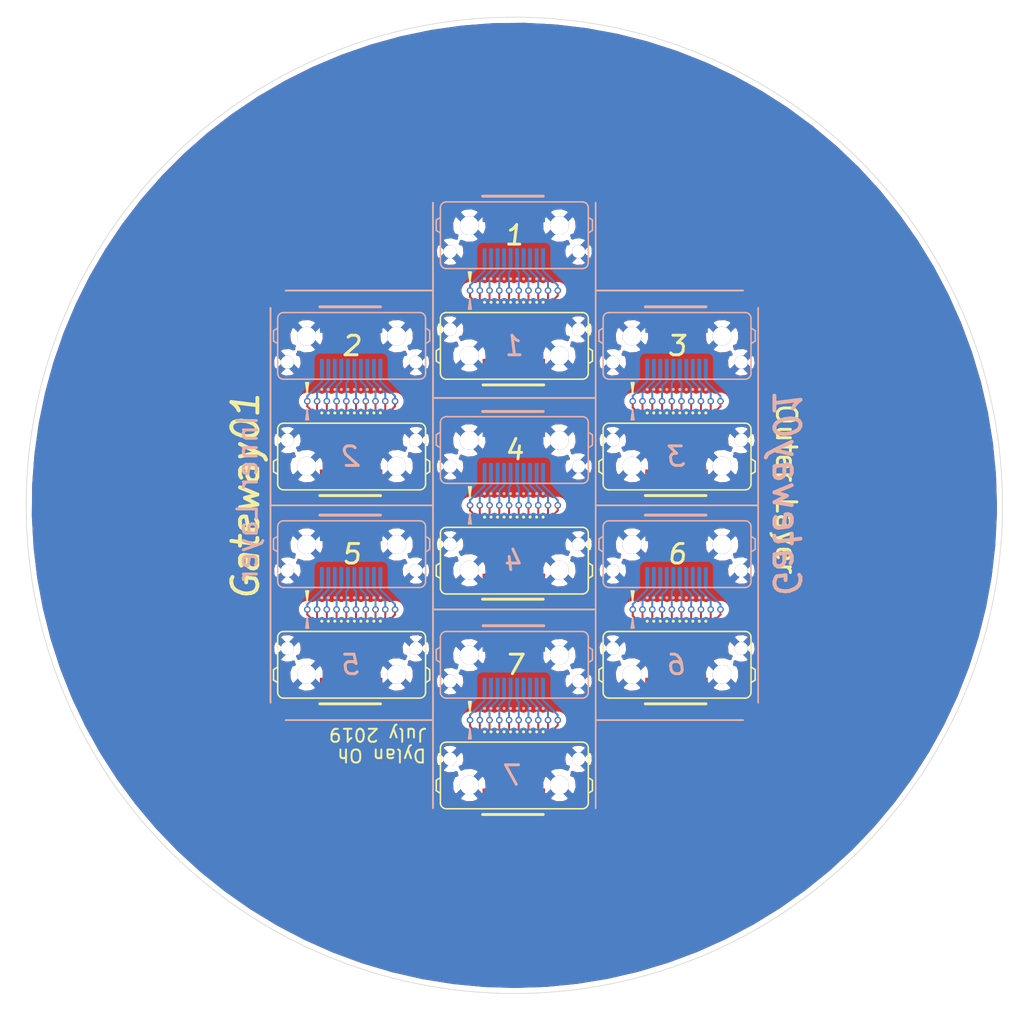
<source format=kicad_pcb>
(kicad_pcb (version 20171130) (host pcbnew "(6.0.0-rc1-dev-305-gf0b8b2136)")
  (layers (0 F.Cu signal) (31 B.Cu signal) (34 B.Paste user) (35 F.Paste user) (36 B.SilkS user) (37 F.SilkS user) (38 B.Mask user) (39 F.Mask user) (44 Edge.Cuts user))
  (net 0 "")
  (net 1 GND)
  (net 2 "Net-(U3-Pad2)")
  (net 3 "Net-(U3-Pad4)")
  (net 4 "Net-(U3-Pad6)")
  (net 5 "Net-(U3-Pad8)")
  (net 6 "Net-(U3-Pad10)")
  (net 7 "Net-(U3-Pad12)")
  (net 8 "Net-(U3-Pad14)")
  (net 9 "Net-(U3-Pad16)")
  (net 10 "Net-(U3-Pad18)")
  (net 11 "Net-(U3-Pad20)")
  (net 12 "Net-(U1-Pad2)")
  (net 13 "Net-(U1-Pad4)")
  (net 14 "Net-(U1-Pad6)")
  (net 15 "Net-(U1-Pad8)")
  (net 16 "Net-(U1-Pad10)")
  (net 17 "Net-(U1-Pad12)")
  (net 18 "Net-(U1-Pad14)")
  (net 19 "Net-(U1-Pad16)")
  (net 20 "Net-(U1-Pad18)")
  (net 21 "Net-(U1-Pad20)")
  (net 22 "Net-(U5-Pad2)")
  (net 23 "Net-(U5-Pad4)")
  (net 24 "Net-(U5-Pad6)")
  (net 25 "Net-(U5-Pad8)")
  (net 26 "Net-(U5-Pad10)")
  (net 27 "Net-(U5-Pad12)")
  (net 28 "Net-(U5-Pad14)")
  (net 29 "Net-(U5-Pad16)")
  (net 30 "Net-(U5-Pad18)")
  (net 31 "Net-(U5-Pad20)")
  (net 32 "Net-(U7-Pad2)")
  (net 33 "Net-(U7-Pad4)")
  (net 34 "Net-(U7-Pad6)")
  (net 35 "Net-(U7-Pad8)")
  (net 36 "Net-(U7-Pad10)")
  (net 37 "Net-(U7-Pad12)")
  (net 38 "Net-(U7-Pad14)")
  (net 39 "Net-(U7-Pad16)")
  (net 40 "Net-(U7-Pad18)")
  (net 41 "Net-(U7-Pad20)")
  (net 42 "Net-(U10-Pad2)")
  (net 43 "Net-(U10-Pad4)")
  (net 44 "Net-(U10-Pad6)")
  (net 45 "Net-(U10-Pad8)")
  (net 46 "Net-(U10-Pad10)")
  (net 47 "Net-(U10-Pad12)")
  (net 48 "Net-(U10-Pad14)")
  (net 49 "Net-(U10-Pad16)")
  (net 50 "Net-(U10-Pad18)")
  (net 51 "Net-(U10-Pad20)")
  (net 52 "Net-(U11-Pad2)")
  (net 53 "Net-(U11-Pad4)")
  (net 54 "Net-(U11-Pad6)")
  (net 55 "Net-(U11-Pad8)")
  (net 56 "Net-(U11-Pad10)")
  (net 57 "Net-(U11-Pad12)")
  (net 58 "Net-(U11-Pad14)")
  (net 59 "Net-(U11-Pad16)")
  (net 60 "Net-(U11-Pad18)")
  (net 61 "Net-(U11-Pad20)")
  (net 62 "Net-(U13-Pad20)")
  (net 63 "Net-(U13-Pad18)")
  (net 64 "Net-(U13-Pad16)")
  (net 65 "Net-(U13-Pad14)")
  (net 66 "Net-(U13-Pad12)")
  (net 67 "Net-(U13-Pad10)")
  (net 68 "Net-(U13-Pad8)")
  (net 69 "Net-(U13-Pad6)")
  (net 70 "Net-(U13-Pad4)")
  (net 71 "Net-(U13-Pad2)")
  (module Gateway01:LSHM-110-02.5-L-DV-A-S-TR (layer B.Cu) (at 93.852 93)
    (fp_text reference U7 hide)
    (fp_text value LSHM hide)
    (pad 41 thru_hole circle (at 3.46 -0.74) (size 1.45 1.45) (drill 1.45) (layers *.Cu *.Mask) (net 1 GND))
    (pad 41 thru_hole circle (at -3.46 -0.74) (size 1.45 1.45) (drill 1.45) (layers *.Cu *.Mask) (net 1 GND))
    (pad 41 thru_hole circle (at 4.935 1.26) (size 1 1) (drill 1) (layers *.Cu *.Mask) (net 1 GND))
    (pad 41 thru_hole circle (at -4.935 1.26) (size 1 1) (drill 1) (layers *.Cu *.Mask) (net 1 GND))
    (pad 20 smd rect (at -2.29 1.75) (size 0.3 1.5) (layers B.Cu B.Paste B.Mask) (net 41 "Net-(U7-Pad20)"))
    (pad 19 smd rect (at -2.29 -1.75) (size 0.3 1.5) (layers B.Cu B.Paste B.Mask) (net 1 GND))
    (pad 18 smd rect (at -1.79 1.75) (size 0.3 1.5) (layers B.Cu B.Paste B.Mask) (net 40 "Net-(U7-Pad18)"))
    (pad 17 smd rect (at -1.79 -1.75) (size 0.3 1.5) (layers B.Cu B.Paste B.Mask) (net 1 GND))
    (pad 16 smd rect (at -1.29 1.75) (size 0.3 1.5) (layers B.Cu B.Paste B.Mask) (net 39 "Net-(U7-Pad16)"))
    (pad 15 smd rect (at -1.29 -1.75) (size 0.3 1.5) (layers B.Cu B.Paste B.Mask) (net 1 GND))
    (pad 14 smd rect (at -0.79 1.75) (size 0.3 1.5) (layers B.Cu B.Paste B.Mask) (net 38 "Net-(U7-Pad14)"))
    (pad 13 smd rect (at -0.79 -1.75) (size 0.3 1.5) (layers B.Cu B.Paste B.Mask) (net 1 GND))
    (pad 12 smd rect (at -0.29 1.75) (size 0.3 1.5) (layers B.Cu B.Paste B.Mask) (net 37 "Net-(U7-Pad12)"))
    (pad 11 smd rect (at -0.29 -1.75) (size 0.3 1.5) (layers B.Cu B.Paste B.Mask) (net 1 GND))
    (pad 10 smd rect (at 0.21 1.75) (size 0.3 1.5) (layers B.Cu B.Paste B.Mask) (net 36 "Net-(U7-Pad10)"))
    (pad 9 smd rect (at 0.21 -1.75) (size 0.3 1.5) (layers B.Cu B.Paste B.Mask) (net 1 GND))
    (pad 8 smd rect (at 0.71 1.75) (size 0.3 1.5) (layers B.Cu B.Paste B.Mask) (net 35 "Net-(U7-Pad8)"))
    (pad 7 smd rect (at 0.71 -1.75) (size 0.3 1.5) (layers B.Cu B.Paste B.Mask) (net 1 GND))
    (pad 6 smd rect (at 1.21 1.75) (size 0.3 1.5) (layers B.Cu B.Paste B.Mask) (net 34 "Net-(U7-Pad6)"))
    (pad 5 smd rect (at 1.21 -1.75) (size 0.3 1.5) (layers B.Cu B.Paste B.Mask) (net 1 GND))
    (pad 4 smd rect (at 1.71 1.75) (size 0.3 1.5) (layers B.Cu B.Paste B.Mask) (net 33 "Net-(U7-Pad4)"))
    (pad 3 smd rect (at 1.71 -1.75) (size 0.3 1.5) (layers B.Cu B.Paste B.Mask) (net 1 GND))
    (pad 2 smd rect (at 2.21 1.75) (size 0.3 1.5) (layers B.Cu B.Paste B.Mask) (net 32 "Net-(U7-Pad2)"))
    (pad 1 smd rect (at 2.21 -1.75) (size 0.3 1.5) (layers B.Cu B.Paste B.Mask) (net 1 GND))
  )
  (module Gateway01:LSHM-110-02.5-L-DV-A-S-TR (layer F.Cu) (at 93.852 101.5)
    (fp_text reference U8 hide)
    (fp_text value LSHM hide)
    (pad 41 thru_hole circle (at 3.46 0.74) (size 1.45 1.45) (drill 1.45) (layers *.Cu *.Mask) (net 1 GND))
    (pad 41 thru_hole circle (at -3.46 0.74) (size 1.45 1.45) (drill 1.45) (layers *.Cu *.Mask) (net 1 GND))
    (pad 41 thru_hole circle (at 4.935 -1.26) (size 1 1) (drill 1) (layers *.Cu *.Mask) (net 1 GND))
    (pad 41 thru_hole circle (at -4.935 -1.26) (size 1 1) (drill 1) (layers *.Cu *.Mask) (net 1 GND))
    (pad 20 smd rect (at -2.29 -1.75) (size 0.3 1.5) (layers F.Cu F.Paste F.Mask) (net 41 "Net-(U7-Pad20)"))
    (pad 19 smd rect (at -2.29 1.75) (size 0.3 1.5) (layers F.Cu F.Paste F.Mask) (net 1 GND))
    (pad 18 smd rect (at -1.79 -1.75) (size 0.3 1.5) (layers F.Cu F.Paste F.Mask) (net 40 "Net-(U7-Pad18)"))
    (pad 17 smd rect (at -1.79 1.75) (size 0.3 1.5) (layers F.Cu F.Paste F.Mask) (net 1 GND))
    (pad 16 smd rect (at -1.29 -1.75) (size 0.3 1.5) (layers F.Cu F.Paste F.Mask) (net 39 "Net-(U7-Pad16)"))
    (pad 15 smd rect (at -1.29 1.75) (size 0.3 1.5) (layers F.Cu F.Paste F.Mask) (net 1 GND))
    (pad 14 smd rect (at -0.79 -1.75) (size 0.3 1.5) (layers F.Cu F.Paste F.Mask) (net 38 "Net-(U7-Pad14)"))
    (pad 13 smd rect (at -0.79 1.75) (size 0.3 1.5) (layers F.Cu F.Paste F.Mask) (net 1 GND))
    (pad 12 smd rect (at -0.29 -1.75) (size 0.3 1.5) (layers F.Cu F.Paste F.Mask) (net 37 "Net-(U7-Pad12)"))
    (pad 11 smd rect (at -0.29 1.75) (size 0.3 1.5) (layers F.Cu F.Paste F.Mask) (net 1 GND))
    (pad 10 smd rect (at 0.21 -1.75) (size 0.3 1.5) (layers F.Cu F.Paste F.Mask) (net 36 "Net-(U7-Pad10)"))
    (pad 9 smd rect (at 0.21 1.75) (size 0.3 1.5) (layers F.Cu F.Paste F.Mask) (net 1 GND))
    (pad 8 smd rect (at 0.71 -1.75) (size 0.3 1.5) (layers F.Cu F.Paste F.Mask) (net 35 "Net-(U7-Pad8)"))
    (pad 7 smd rect (at 0.71 1.75) (size 0.3 1.5) (layers F.Cu F.Paste F.Mask) (net 1 GND))
    (pad 6 smd rect (at 1.21 -1.75) (size 0.3 1.5) (layers F.Cu F.Paste F.Mask) (net 34 "Net-(U7-Pad6)"))
    (pad 5 smd rect (at 1.21 1.75) (size 0.3 1.5) (layers F.Cu F.Paste F.Mask) (net 1 GND))
    (pad 4 smd rect (at 1.71 -1.75) (size 0.3 1.5) (layers F.Cu F.Paste F.Mask) (net 33 "Net-(U7-Pad4)"))
    (pad 3 smd rect (at 1.71 1.75) (size 0.3 1.5) (layers F.Cu F.Paste F.Mask) (net 1 GND))
    (pad 2 smd rect (at 2.21 -1.75) (size 0.3 1.5) (layers F.Cu F.Paste F.Mask) (net 32 "Net-(U7-Pad2)"))
    (pad 1 smd rect (at 2.21 1.75) (size 0.3 1.5) (layers F.Cu F.Paste F.Mask) (net 1 GND))
  )
  (module Gateway01:LSHM-110-02.5-L-DV-A-S-TR (layer F.Cu) (at 93.852 85)
    (fp_text reference U2 hide)
    (fp_text value LSHM-110-02.5-L-DV-A-S-TR hide)
    (pad 41 thru_hole circle (at 3.46 0.74) (size 1.45 1.45) (drill 1.45) (layers *.Cu *.Mask) (net 1 GND))
    (pad 41 thru_hole circle (at -3.46 0.74) (size 1.45 1.45) (drill 1.45) (layers *.Cu *.Mask) (net 1 GND))
    (pad 41 thru_hole circle (at 4.935 -1.26) (size 1 1) (drill 1) (layers *.Cu *.Mask) (net 1 GND))
    (pad 41 thru_hole circle (at -4.935 -1.26) (size 1 1) (drill 1) (layers *.Cu *.Mask) (net 1 GND))
    (pad 20 smd rect (at -2.29 -1.75) (size 0.3 1.5) (layers F.Cu F.Paste F.Mask) (net 21 "Net-(U1-Pad20)"))
    (pad 19 smd rect (at -2.29 1.75) (size 0.3 1.5) (layers F.Cu F.Paste F.Mask) (net 1 GND))
    (pad 18 smd rect (at -1.79 -1.75) (size 0.3 1.5) (layers F.Cu F.Paste F.Mask) (net 20 "Net-(U1-Pad18)"))
    (pad 17 smd rect (at -1.79 1.75) (size 0.3 1.5) (layers F.Cu F.Paste F.Mask) (net 1 GND))
    (pad 16 smd rect (at -1.29 -1.75) (size 0.3 1.5) (layers F.Cu F.Paste F.Mask) (net 19 "Net-(U1-Pad16)"))
    (pad 15 smd rect (at -1.29 1.75) (size 0.3 1.5) (layers F.Cu F.Paste F.Mask) (net 1 GND))
    (pad 14 smd rect (at -0.79 -1.75) (size 0.3 1.5) (layers F.Cu F.Paste F.Mask) (net 18 "Net-(U1-Pad14)"))
    (pad 13 smd rect (at -0.79 1.75) (size 0.3 1.5) (layers F.Cu F.Paste F.Mask) (net 1 GND))
    (pad 12 smd rect (at -0.29 -1.75) (size 0.3 1.5) (layers F.Cu F.Paste F.Mask) (net 17 "Net-(U1-Pad12)"))
    (pad 11 smd rect (at -0.29 1.75) (size 0.3 1.5) (layers F.Cu F.Paste F.Mask) (net 1 GND))
    (pad 10 smd rect (at 0.21 -1.75) (size 0.3 1.5) (layers F.Cu F.Paste F.Mask) (net 16 "Net-(U1-Pad10)"))
    (pad 9 smd rect (at 0.21 1.75) (size 0.3 1.5) (layers F.Cu F.Paste F.Mask) (net 1 GND))
    (pad 8 smd rect (at 0.71 -1.75) (size 0.3 1.5) (layers F.Cu F.Paste F.Mask) (net 15 "Net-(U1-Pad8)"))
    (pad 7 smd rect (at 0.71 1.75) (size 0.3 1.5) (layers F.Cu F.Paste F.Mask) (net 1 GND))
    (pad 6 smd rect (at 1.21 -1.75) (size 0.3 1.5) (layers F.Cu F.Paste F.Mask) (net 14 "Net-(U1-Pad6)"))
    (pad 5 smd rect (at 1.21 1.75) (size 0.3 1.5) (layers F.Cu F.Paste F.Mask) (net 1 GND))
    (pad 4 smd rect (at 1.71 -1.75) (size 0.3 1.5) (layers F.Cu F.Paste F.Mask) (net 13 "Net-(U1-Pad4)"))
    (pad 3 smd rect (at 1.71 1.75) (size 0.3 1.5) (layers F.Cu F.Paste F.Mask) (net 1 GND))
    (pad 2 smd rect (at 2.21 -1.75) (size 0.3 1.5) (layers F.Cu F.Paste F.Mask) (net 12 "Net-(U1-Pad2)"))
    (pad 1 smd rect (at 2.21 1.75) (size 0.3 1.5) (layers F.Cu F.Paste F.Mask) (net 1 GND))
  )
  (module Gateway01:LSHM-110-02.5-L-DV-A-S-TR (layer B.Cu) (at 93.852 76.5)
    (fp_text reference U1 hide)
    (fp_text value LSHM-110-02.5-L-DV-A-S-TR hide)
    (pad 41 thru_hole circle (at 3.46 -0.74) (size 1.45 1.45) (drill 1.45) (layers *.Cu *.Mask) (net 1 GND))
    (pad 41 thru_hole circle (at -3.46 -0.74) (size 1.45 1.45) (drill 1.45) (layers *.Cu *.Mask) (net 1 GND))
    (pad 41 thru_hole circle (at 4.935 1.26) (size 1 1) (drill 1) (layers *.Cu *.Mask) (net 1 GND))
    (pad 41 thru_hole circle (at -4.935 1.26) (size 1 1) (drill 1) (layers *.Cu *.Mask) (net 1 GND))
    (pad 20 smd rect (at -2.29 1.75) (size 0.3 1.5) (layers B.Cu B.Paste B.Mask) (net 21 "Net-(U1-Pad20)"))
    (pad 19 smd rect (at -2.29 -1.75) (size 0.3 1.5) (layers B.Cu B.Paste B.Mask) (net 1 GND))
    (pad 18 smd rect (at -1.79 1.75) (size 0.3 1.5) (layers B.Cu B.Paste B.Mask) (net 20 "Net-(U1-Pad18)"))
    (pad 17 smd rect (at -1.79 -1.75) (size 0.3 1.5) (layers B.Cu B.Paste B.Mask) (net 1 GND))
    (pad 16 smd rect (at -1.29 1.75) (size 0.3 1.5) (layers B.Cu B.Paste B.Mask) (net 19 "Net-(U1-Pad16)"))
    (pad 15 smd rect (at -1.29 -1.75) (size 0.3 1.5) (layers B.Cu B.Paste B.Mask) (net 1 GND))
    (pad 14 smd rect (at -0.79 1.75) (size 0.3 1.5) (layers B.Cu B.Paste B.Mask) (net 18 "Net-(U1-Pad14)"))
    (pad 13 smd rect (at -0.79 -1.75) (size 0.3 1.5) (layers B.Cu B.Paste B.Mask) (net 1 GND))
    (pad 12 smd rect (at -0.29 1.75) (size 0.3 1.5) (layers B.Cu B.Paste B.Mask) (net 17 "Net-(U1-Pad12)"))
    (pad 11 smd rect (at -0.29 -1.75) (size 0.3 1.5) (layers B.Cu B.Paste B.Mask) (net 1 GND))
    (pad 10 smd rect (at 0.21 1.75) (size 0.3 1.5) (layers B.Cu B.Paste B.Mask) (net 16 "Net-(U1-Pad10)"))
    (pad 9 smd rect (at 0.21 -1.75) (size 0.3 1.5) (layers B.Cu B.Paste B.Mask) (net 1 GND))
    (pad 8 smd rect (at 0.71 1.75) (size 0.3 1.5) (layers B.Cu B.Paste B.Mask) (net 15 "Net-(U1-Pad8)"))
    (pad 7 smd rect (at 0.71 -1.75) (size 0.3 1.5) (layers B.Cu B.Paste B.Mask) (net 1 GND))
    (pad 6 smd rect (at 1.21 1.75) (size 0.3 1.5) (layers B.Cu B.Paste B.Mask) (net 14 "Net-(U1-Pad6)"))
    (pad 5 smd rect (at 1.21 -1.75) (size 0.3 1.5) (layers B.Cu B.Paste B.Mask) (net 1 GND))
    (pad 4 smd rect (at 1.71 1.75) (size 0.3 1.5) (layers B.Cu B.Paste B.Mask) (net 13 "Net-(U1-Pad4)"))
    (pad 3 smd rect (at 1.71 -1.75) (size 0.3 1.5) (layers B.Cu B.Paste B.Mask) (net 1 GND))
    (pad 2 smd rect (at 2.21 1.75) (size 0.3 1.5) (layers B.Cu B.Paste B.Mask) (net 12 "Net-(U1-Pad2)"))
    (pad 1 smd rect (at 2.21 -1.75) (size 0.3 1.5) (layers B.Cu B.Paste B.Mask) (net 1 GND))
  )
  (module Gateway01:LSHM-110-02.5-L-DV-A-S-TR (layer B.Cu) (at 81.352 85)
    (fp_text reference U3 hide)
    (fp_text value LSHM-110-02.5-L-DV-A-S-TR hide)
    (pad 41 thru_hole circle (at 3.46 -0.74) (size 1.45 1.45) (drill 1.45) (layers *.Cu *.Mask) (net 1 GND))
    (pad 41 thru_hole circle (at -3.46 -0.74) (size 1.45 1.45) (drill 1.45) (layers *.Cu *.Mask) (net 1 GND))
    (pad 41 thru_hole circle (at 4.935 1.26) (size 1 1) (drill 1) (layers *.Cu *.Mask) (net 1 GND))
    (pad 41 thru_hole circle (at -4.935 1.26) (size 1 1) (drill 1) (layers *.Cu *.Mask) (net 1 GND))
    (pad 20 smd rect (at -2.29 1.75) (size 0.3 1.5) (layers B.Cu B.Paste B.Mask) (net 11 "Net-(U3-Pad20)"))
    (pad 19 smd rect (at -2.29 -1.75) (size 0.3 1.5) (layers B.Cu B.Paste B.Mask) (net 1 GND))
    (pad 18 smd rect (at -1.79 1.75) (size 0.3 1.5) (layers B.Cu B.Paste B.Mask) (net 10 "Net-(U3-Pad18)"))
    (pad 17 smd rect (at -1.79 -1.75) (size 0.3 1.5) (layers B.Cu B.Paste B.Mask) (net 1 GND))
    (pad 16 smd rect (at -1.29 1.75) (size 0.3 1.5) (layers B.Cu B.Paste B.Mask) (net 9 "Net-(U3-Pad16)"))
    (pad 15 smd rect (at -1.29 -1.75) (size 0.3 1.5) (layers B.Cu B.Paste B.Mask) (net 1 GND))
    (pad 14 smd rect (at -0.79 1.75) (size 0.3 1.5) (layers B.Cu B.Paste B.Mask) (net 8 "Net-(U3-Pad14)"))
    (pad 13 smd rect (at -0.79 -1.75) (size 0.3 1.5) (layers B.Cu B.Paste B.Mask) (net 1 GND))
    (pad 12 smd rect (at -0.29 1.75) (size 0.3 1.5) (layers B.Cu B.Paste B.Mask) (net 7 "Net-(U3-Pad12)"))
    (pad 11 smd rect (at -0.29 -1.75) (size 0.3 1.5) (layers B.Cu B.Paste B.Mask) (net 1 GND))
    (pad 10 smd rect (at 0.21 1.75) (size 0.3 1.5) (layers B.Cu B.Paste B.Mask) (net 6 "Net-(U3-Pad10)"))
    (pad 9 smd rect (at 0.21 -1.75) (size 0.3 1.5) (layers B.Cu B.Paste B.Mask) (net 1 GND))
    (pad 8 smd rect (at 0.71 1.75) (size 0.3 1.5) (layers B.Cu B.Paste B.Mask) (net 5 "Net-(U3-Pad8)"))
    (pad 7 smd rect (at 0.71 -1.75) (size 0.3 1.5) (layers B.Cu B.Paste B.Mask) (net 1 GND))
    (pad 6 smd rect (at 1.21 1.75) (size 0.3 1.5) (layers B.Cu B.Paste B.Mask) (net 4 "Net-(U3-Pad6)"))
    (pad 5 smd rect (at 1.21 -1.75) (size 0.3 1.5) (layers B.Cu B.Paste B.Mask) (net 1 GND))
    (pad 4 smd rect (at 1.71 1.75) (size 0.3 1.5) (layers B.Cu B.Paste B.Mask) (net 3 "Net-(U3-Pad4)"))
    (pad 3 smd rect (at 1.71 -1.75) (size 0.3 1.5) (layers B.Cu B.Paste B.Mask) (net 1 GND))
    (pad 2 smd rect (at 2.21 1.75) (size 0.3 1.5) (layers B.Cu B.Paste B.Mask) (net 2 "Net-(U3-Pad2)"))
    (pad 1 smd rect (at 2.21 -1.75) (size 0.3 1.5) (layers B.Cu B.Paste B.Mask) (net 1 GND))
  )
  (module Gateway01:LSHM-110-02.5-L-DV-A-S-TR (layer F.Cu) (at 81.352 93.5)
    (fp_text reference U4 hide)
    (fp_text value LSHM-110-02.5-L-DV-A-S-TR hide)
    (pad 41 thru_hole circle (at 3.46 0.74) (size 1.45 1.45) (drill 1.45) (layers *.Cu *.Mask) (net 1 GND))
    (pad 41 thru_hole circle (at -3.46 0.74) (size 1.45 1.45) (drill 1.45) (layers *.Cu *.Mask) (net 1 GND))
    (pad 41 thru_hole circle (at 4.935 -1.26) (size 1 1) (drill 1) (layers *.Cu *.Mask) (net 1 GND))
    (pad 41 thru_hole circle (at -4.935 -1.26) (size 1 1) (drill 1) (layers *.Cu *.Mask) (net 1 GND))
    (pad 20 smd rect (at -2.29 -1.75) (size 0.3 1.5) (layers F.Cu F.Paste F.Mask) (net 11 "Net-(U3-Pad20)"))
    (pad 19 smd rect (at -2.29 1.75) (size 0.3 1.5) (layers F.Cu F.Paste F.Mask) (net 1 GND))
    (pad 18 smd rect (at -1.79 -1.75) (size 0.3 1.5) (layers F.Cu F.Paste F.Mask) (net 10 "Net-(U3-Pad18)"))
    (pad 17 smd rect (at -1.79 1.75) (size 0.3 1.5) (layers F.Cu F.Paste F.Mask) (net 1 GND))
    (pad 16 smd rect (at -1.29 -1.75) (size 0.3 1.5) (layers F.Cu F.Paste F.Mask) (net 9 "Net-(U3-Pad16)"))
    (pad 15 smd rect (at -1.29 1.75) (size 0.3 1.5) (layers F.Cu F.Paste F.Mask) (net 1 GND))
    (pad 14 smd rect (at -0.79 -1.75) (size 0.3 1.5) (layers F.Cu F.Paste F.Mask) (net 8 "Net-(U3-Pad14)"))
    (pad 13 smd rect (at -0.79 1.75) (size 0.3 1.5) (layers F.Cu F.Paste F.Mask) (net 1 GND))
    (pad 12 smd rect (at -0.29 -1.75) (size 0.3 1.5) (layers F.Cu F.Paste F.Mask) (net 7 "Net-(U3-Pad12)"))
    (pad 11 smd rect (at -0.29 1.75) (size 0.3 1.5) (layers F.Cu F.Paste F.Mask) (net 1 GND))
    (pad 10 smd rect (at 0.21 -1.75) (size 0.3 1.5) (layers F.Cu F.Paste F.Mask) (net 6 "Net-(U3-Pad10)"))
    (pad 9 smd rect (at 0.21 1.75) (size 0.3 1.5) (layers F.Cu F.Paste F.Mask) (net 1 GND))
    (pad 8 smd rect (at 0.71 -1.75) (size 0.3 1.5) (layers F.Cu F.Paste F.Mask) (net 5 "Net-(U3-Pad8)"))
    (pad 7 smd rect (at 0.71 1.75) (size 0.3 1.5) (layers F.Cu F.Paste F.Mask) (net 1 GND))
    (pad 6 smd rect (at 1.21 -1.75) (size 0.3 1.5) (layers F.Cu F.Paste F.Mask) (net 4 "Net-(U3-Pad6)"))
    (pad 5 smd rect (at 1.21 1.75) (size 0.3 1.5) (layers F.Cu F.Paste F.Mask) (net 1 GND))
    (pad 4 smd rect (at 1.71 -1.75) (size 0.3 1.5) (layers F.Cu F.Paste F.Mask) (net 3 "Net-(U3-Pad4)"))
    (pad 3 smd rect (at 1.71 1.75) (size 0.3 1.5) (layers F.Cu F.Paste F.Mask) (net 1 GND))
    (pad 2 smd rect (at 2.21 -1.75) (size 0.3 1.5) (layers F.Cu F.Paste F.Mask) (net 2 "Net-(U3-Pad2)"))
    (pad 1 smd rect (at 2.21 1.75) (size 0.3 1.5) (layers F.Cu F.Paste F.Mask) (net 1 GND))
  )
  (module Gateway01:LSHM-110-02.5-L-DV-A-S-TR (layer B.Cu) (at 106.352 85)
    (fp_text reference U5 hide)
    (fp_text value LSHM-110-02.5-L-DV-A-S-TR hide)
    (pad 41 thru_hole circle (at 3.46 -0.74) (size 1.45 1.45) (drill 1.45) (layers *.Cu *.Mask) (net 1 GND))
    (pad 41 thru_hole circle (at -3.46 -0.74) (size 1.45 1.45) (drill 1.45) (layers *.Cu *.Mask) (net 1 GND))
    (pad 41 thru_hole circle (at 4.935 1.26) (size 1 1) (drill 1) (layers *.Cu *.Mask) (net 1 GND))
    (pad 41 thru_hole circle (at -4.935 1.26) (size 1 1) (drill 1) (layers *.Cu *.Mask) (net 1 GND))
    (pad 20 smd rect (at -2.29 1.75) (size 0.3 1.5) (layers B.Cu B.Paste B.Mask) (net 31 "Net-(U5-Pad20)"))
    (pad 19 smd rect (at -2.29 -1.75) (size 0.3 1.5) (layers B.Cu B.Paste B.Mask) (net 1 GND))
    (pad 18 smd rect (at -1.79 1.75) (size 0.3 1.5) (layers B.Cu B.Paste B.Mask) (net 30 "Net-(U5-Pad18)"))
    (pad 17 smd rect (at -1.79 -1.75) (size 0.3 1.5) (layers B.Cu B.Paste B.Mask) (net 1 GND))
    (pad 16 smd rect (at -1.29 1.75) (size 0.3 1.5) (layers B.Cu B.Paste B.Mask) (net 29 "Net-(U5-Pad16)"))
    (pad 15 smd rect (at -1.29 -1.75) (size 0.3 1.5) (layers B.Cu B.Paste B.Mask) (net 1 GND))
    (pad 14 smd rect (at -0.79 1.75) (size 0.3 1.5) (layers B.Cu B.Paste B.Mask) (net 28 "Net-(U5-Pad14)"))
    (pad 13 smd rect (at -0.79 -1.75) (size 0.3 1.5) (layers B.Cu B.Paste B.Mask) (net 1 GND))
    (pad 12 smd rect (at -0.29 1.75) (size 0.3 1.5) (layers B.Cu B.Paste B.Mask) (net 27 "Net-(U5-Pad12)"))
    (pad 11 smd rect (at -0.29 -1.75) (size 0.3 1.5) (layers B.Cu B.Paste B.Mask) (net 1 GND))
    (pad 10 smd rect (at 0.21 1.75) (size 0.3 1.5) (layers B.Cu B.Paste B.Mask) (net 26 "Net-(U5-Pad10)"))
    (pad 9 smd rect (at 0.21 -1.75) (size 0.3 1.5) (layers B.Cu B.Paste B.Mask) (net 1 GND))
    (pad 8 smd rect (at 0.71 1.75) (size 0.3 1.5) (layers B.Cu B.Paste B.Mask) (net 25 "Net-(U5-Pad8)"))
    (pad 7 smd rect (at 0.71 -1.75) (size 0.3 1.5) (layers B.Cu B.Paste B.Mask) (net 1 GND))
    (pad 6 smd rect (at 1.21 1.75) (size 0.3 1.5) (layers B.Cu B.Paste B.Mask) (net 24 "Net-(U5-Pad6)"))
    (pad 5 smd rect (at 1.21 -1.75) (size 0.3 1.5) (layers B.Cu B.Paste B.Mask) (net 1 GND))
    (pad 4 smd rect (at 1.71 1.75) (size 0.3 1.5) (layers B.Cu B.Paste B.Mask) (net 23 "Net-(U5-Pad4)"))
    (pad 3 smd rect (at 1.71 -1.75) (size 0.3 1.5) (layers B.Cu B.Paste B.Mask) (net 1 GND))
    (pad 2 smd rect (at 2.21 1.75) (size 0.3 1.5) (layers B.Cu B.Paste B.Mask) (net 22 "Net-(U5-Pad2)"))
    (pad 1 smd rect (at 2.21 -1.75) (size 0.3 1.5) (layers B.Cu B.Paste B.Mask) (net 1 GND))
  )
  (module Gateway01:LSHM-110-02.5-L-DV-A-S-TR (layer F.Cu) (at 106.352 93.5)
    (fp_text reference U6 hide)
    (fp_text value LSHM-110-02.5-L-DV-A-S-TR hide)
    (pad 41 thru_hole circle (at 3.46 0.74) (size 1.45 1.45) (drill 1.45) (layers *.Cu *.Mask) (net 1 GND))
    (pad 41 thru_hole circle (at -3.46 0.74) (size 1.45 1.45) (drill 1.45) (layers *.Cu *.Mask) (net 1 GND))
    (pad 41 thru_hole circle (at 4.935 -1.26) (size 1 1) (drill 1) (layers *.Cu *.Mask) (net 1 GND))
    (pad 41 thru_hole circle (at -4.935 -1.26) (size 1 1) (drill 1) (layers *.Cu *.Mask) (net 1 GND))
    (pad 20 smd rect (at -2.29 -1.75) (size 0.3 1.5) (layers F.Cu F.Paste F.Mask) (net 31 "Net-(U5-Pad20)"))
    (pad 19 smd rect (at -2.29 1.75) (size 0.3 1.5) (layers F.Cu F.Paste F.Mask) (net 1 GND))
    (pad 18 smd rect (at -1.79 -1.75) (size 0.3 1.5) (layers F.Cu F.Paste F.Mask) (net 30 "Net-(U5-Pad18)"))
    (pad 17 smd rect (at -1.79 1.75) (size 0.3 1.5) (layers F.Cu F.Paste F.Mask) (net 1 GND))
    (pad 16 smd rect (at -1.29 -1.75) (size 0.3 1.5) (layers F.Cu F.Paste F.Mask) (net 29 "Net-(U5-Pad16)"))
    (pad 15 smd rect (at -1.29 1.75) (size 0.3 1.5) (layers F.Cu F.Paste F.Mask) (net 1 GND))
    (pad 14 smd rect (at -0.79 -1.75) (size 0.3 1.5) (layers F.Cu F.Paste F.Mask) (net 28 "Net-(U5-Pad14)"))
    (pad 13 smd rect (at -0.79 1.75) (size 0.3 1.5) (layers F.Cu F.Paste F.Mask) (net 1 GND))
    (pad 12 smd rect (at -0.29 -1.75) (size 0.3 1.5) (layers F.Cu F.Paste F.Mask) (net 27 "Net-(U5-Pad12)"))
    (pad 11 smd rect (at -0.29 1.75) (size 0.3 1.5) (layers F.Cu F.Paste F.Mask) (net 1 GND))
    (pad 10 smd rect (at 0.21 -1.75) (size 0.3 1.5) (layers F.Cu F.Paste F.Mask) (net 26 "Net-(U5-Pad10)"))
    (pad 9 smd rect (at 0.21 1.75) (size 0.3 1.5) (layers F.Cu F.Paste F.Mask) (net 1 GND))
    (pad 8 smd rect (at 0.71 -1.75) (size 0.3 1.5) (layers F.Cu F.Paste F.Mask) (net 25 "Net-(U5-Pad8)"))
    (pad 7 smd rect (at 0.71 1.75) (size 0.3 1.5) (layers F.Cu F.Paste F.Mask) (net 1 GND))
    (pad 6 smd rect (at 1.21 -1.75) (size 0.3 1.5) (layers F.Cu F.Paste F.Mask) (net 24 "Net-(U5-Pad6)"))
    (pad 5 smd rect (at 1.21 1.75) (size 0.3 1.5) (layers F.Cu F.Paste F.Mask) (net 1 GND))
    (pad 4 smd rect (at 1.71 -1.75) (size 0.3 1.5) (layers F.Cu F.Paste F.Mask) (net 23 "Net-(U5-Pad4)"))
    (pad 3 smd rect (at 1.71 1.75) (size 0.3 1.5) (layers F.Cu F.Paste F.Mask) (net 1 GND))
    (pad 2 smd rect (at 2.21 -1.75) (size 0.3 1.5) (layers F.Cu F.Paste F.Mask) (net 22 "Net-(U5-Pad2)"))
    (pad 1 smd rect (at 2.21 1.75) (size 0.3 1.5) (layers F.Cu F.Paste F.Mask) (net 1 GND))
  )
  (module Gateway01:LSHM-110-02.5-L-DV-A-S-TR (layer B.Cu) (at 81.352 101)
    (fp_text reference U9 hide)
    (fp_text value LSHM-110-02.5-L-DV-A-S-TR hide)
    (pad 41 thru_hole circle (at 3.46 -0.74) (size 1.45 1.45) (drill 1.45) (layers *.Cu *.Mask) (net 1 GND))
    (pad 41 thru_hole circle (at -3.46 -0.74) (size 1.45 1.45) (drill 1.45) (layers *.Cu *.Mask) (net 1 GND))
    (pad 41 thru_hole circle (at 4.935 1.26) (size 1 1) (drill 1) (layers *.Cu *.Mask) (net 1 GND))
    (pad 41 thru_hole circle (at -4.935 1.26) (size 1 1) (drill 1) (layers *.Cu *.Mask) (net 1 GND))
    (pad 20 smd rect (at -2.29 1.75) (size 0.3 1.5) (layers B.Cu B.Paste B.Mask) (net 51 "Net-(U10-Pad20)"))
    (pad 19 smd rect (at -2.29 -1.75) (size 0.3 1.5) (layers B.Cu B.Paste B.Mask) (net 1 GND))
    (pad 18 smd rect (at -1.79 1.75) (size 0.3 1.5) (layers B.Cu B.Paste B.Mask) (net 50 "Net-(U10-Pad18)"))
    (pad 17 smd rect (at -1.79 -1.75) (size 0.3 1.5) (layers B.Cu B.Paste B.Mask) (net 1 GND))
    (pad 16 smd rect (at -1.29 1.75) (size 0.3 1.5) (layers B.Cu B.Paste B.Mask) (net 49 "Net-(U10-Pad16)"))
    (pad 15 smd rect (at -1.29 -1.75) (size 0.3 1.5) (layers B.Cu B.Paste B.Mask) (net 1 GND))
    (pad 14 smd rect (at -0.79 1.75) (size 0.3 1.5) (layers B.Cu B.Paste B.Mask) (net 48 "Net-(U10-Pad14)"))
    (pad 13 smd rect (at -0.79 -1.75) (size 0.3 1.5) (layers B.Cu B.Paste B.Mask) (net 1 GND))
    (pad 12 smd rect (at -0.29 1.75) (size 0.3 1.5) (layers B.Cu B.Paste B.Mask) (net 47 "Net-(U10-Pad12)"))
    (pad 11 smd rect (at -0.29 -1.75) (size 0.3 1.5) (layers B.Cu B.Paste B.Mask) (net 1 GND))
    (pad 10 smd rect (at 0.21 1.75) (size 0.3 1.5) (layers B.Cu B.Paste B.Mask) (net 46 "Net-(U10-Pad10)"))
    (pad 9 smd rect (at 0.21 -1.75) (size 0.3 1.5) (layers B.Cu B.Paste B.Mask) (net 1 GND))
    (pad 8 smd rect (at 0.71 1.75) (size 0.3 1.5) (layers B.Cu B.Paste B.Mask) (net 45 "Net-(U10-Pad8)"))
    (pad 7 smd rect (at 0.71 -1.75) (size 0.3 1.5) (layers B.Cu B.Paste B.Mask) (net 1 GND))
    (pad 6 smd rect (at 1.21 1.75) (size 0.3 1.5) (layers B.Cu B.Paste B.Mask) (net 44 "Net-(U10-Pad6)"))
    (pad 5 smd rect (at 1.21 -1.75) (size 0.3 1.5) (layers B.Cu B.Paste B.Mask) (net 1 GND))
    (pad 4 smd rect (at 1.71 1.75) (size 0.3 1.5) (layers B.Cu B.Paste B.Mask) (net 43 "Net-(U10-Pad4)"))
    (pad 3 smd rect (at 1.71 -1.75) (size 0.3 1.5) (layers B.Cu B.Paste B.Mask) (net 1 GND))
    (pad 2 smd rect (at 2.21 1.75) (size 0.3 1.5) (layers B.Cu B.Paste B.Mask) (net 42 "Net-(U10-Pad2)"))
    (pad 1 smd rect (at 2.21 -1.75) (size 0.3 1.5) (layers B.Cu B.Paste B.Mask) (net 1 GND))
  )
  (module Gateway01:LSHM-110-02.5-L-DV-A-S-TR (layer F.Cu) (at 81.352 109.5)
    (fp_text reference U10 hide)
    (fp_text value LSHM-110-02.5-L-DV-A-S-TR hide)
    (pad 41 thru_hole circle (at 3.46 0.74) (size 1.45 1.45) (drill 1.45) (layers *.Cu *.Mask) (net 1 GND))
    (pad 41 thru_hole circle (at -3.46 0.74) (size 1.45 1.45) (drill 1.45) (layers *.Cu *.Mask) (net 1 GND))
    (pad 41 thru_hole circle (at 4.935 -1.26) (size 1 1) (drill 1) (layers *.Cu *.Mask) (net 1 GND))
    (pad 41 thru_hole circle (at -4.935 -1.26) (size 1 1) (drill 1) (layers *.Cu *.Mask) (net 1 GND))
    (pad 20 smd rect (at -2.29 -1.75) (size 0.3 1.5) (layers F.Cu F.Paste F.Mask) (net 51 "Net-(U10-Pad20)"))
    (pad 19 smd rect (at -2.29 1.75) (size 0.3 1.5) (layers F.Cu F.Paste F.Mask) (net 1 GND))
    (pad 18 smd rect (at -1.79 -1.75) (size 0.3 1.5) (layers F.Cu F.Paste F.Mask) (net 50 "Net-(U10-Pad18)"))
    (pad 17 smd rect (at -1.79 1.75) (size 0.3 1.5) (layers F.Cu F.Paste F.Mask) (net 1 GND))
    (pad 16 smd rect (at -1.29 -1.75) (size 0.3 1.5) (layers F.Cu F.Paste F.Mask) (net 49 "Net-(U10-Pad16)"))
    (pad 15 smd rect (at -1.29 1.75) (size 0.3 1.5) (layers F.Cu F.Paste F.Mask) (net 1 GND))
    (pad 14 smd rect (at -0.79 -1.75) (size 0.3 1.5) (layers F.Cu F.Paste F.Mask) (net 48 "Net-(U10-Pad14)"))
    (pad 13 smd rect (at -0.79 1.75) (size 0.3 1.5) (layers F.Cu F.Paste F.Mask) (net 1 GND))
    (pad 12 smd rect (at -0.29 -1.75) (size 0.3 1.5) (layers F.Cu F.Paste F.Mask) (net 47 "Net-(U10-Pad12)"))
    (pad 11 smd rect (at -0.29 1.75) (size 0.3 1.5) (layers F.Cu F.Paste F.Mask) (net 1 GND))
    (pad 10 smd rect (at 0.21 -1.75) (size 0.3 1.5) (layers F.Cu F.Paste F.Mask) (net 46 "Net-(U10-Pad10)"))
    (pad 9 smd rect (at 0.21 1.75) (size 0.3 1.5) (layers F.Cu F.Paste F.Mask) (net 1 GND))
    (pad 8 smd rect (at 0.71 -1.75) (size 0.3 1.5) (layers F.Cu F.Paste F.Mask) (net 45 "Net-(U10-Pad8)"))
    (pad 7 smd rect (at 0.71 1.75) (size 0.3 1.5) (layers F.Cu F.Paste F.Mask) (net 1 GND))
    (pad 6 smd rect (at 1.21 -1.75) (size 0.3 1.5) (layers F.Cu F.Paste F.Mask) (net 44 "Net-(U10-Pad6)"))
    (pad 5 smd rect (at 1.21 1.75) (size 0.3 1.5) (layers F.Cu F.Paste F.Mask) (net 1 GND))
    (pad 4 smd rect (at 1.71 -1.75) (size 0.3 1.5) (layers F.Cu F.Paste F.Mask) (net 43 "Net-(U10-Pad4)"))
    (pad 3 smd rect (at 1.71 1.75) (size 0.3 1.5) (layers F.Cu F.Paste F.Mask) (net 1 GND))
    (pad 2 smd rect (at 2.21 -1.75) (size 0.3 1.5) (layers F.Cu F.Paste F.Mask) (net 42 "Net-(U10-Pad2)"))
    (pad 1 smd rect (at 2.21 1.75) (size 0.3 1.5) (layers F.Cu F.Paste F.Mask) (net 1 GND))
  )
  (module Gateway01:LSHM-110-02.5-L-DV-A-S-TR (layer B.Cu) (at 93.852 109.5)
    (fp_text reference U13 hide)
    (fp_text value LSHM-110-02.5-L-DV-A-S-TR hide)
    (pad 41 thru_hole circle (at 3.46 -0.74) (size 1.45 1.45) (drill 1.45) (layers *.Cu *.Mask) (net 1 GND))
    (pad 41 thru_hole circle (at -3.46 -0.74) (size 1.45 1.45) (drill 1.45) (layers *.Cu *.Mask) (net 1 GND))
    (pad 41 thru_hole circle (at 4.935 1.26) (size 1 1) (drill 1) (layers *.Cu *.Mask) (net 1 GND))
    (pad 41 thru_hole circle (at -4.935 1.26) (size 1 1) (drill 1) (layers *.Cu *.Mask) (net 1 GND))
    (pad 20 smd rect (at -2.29 1.75) (size 0.3 1.5) (layers B.Cu B.Paste B.Mask) (net 62 "Net-(U13-Pad20)"))
    (pad 19 smd rect (at -2.29 -1.75) (size 0.3 1.5) (layers B.Cu B.Paste B.Mask) (net 1 GND))
    (pad 18 smd rect (at -1.79 1.75) (size 0.3 1.5) (layers B.Cu B.Paste B.Mask) (net 63 "Net-(U13-Pad18)"))
    (pad 17 smd rect (at -1.79 -1.75) (size 0.3 1.5) (layers B.Cu B.Paste B.Mask) (net 1 GND))
    (pad 16 smd rect (at -1.29 1.75) (size 0.3 1.5) (layers B.Cu B.Paste B.Mask) (net 64 "Net-(U13-Pad16)"))
    (pad 15 smd rect (at -1.29 -1.75) (size 0.3 1.5) (layers B.Cu B.Paste B.Mask) (net 1 GND))
    (pad 14 smd rect (at -0.79 1.75) (size 0.3 1.5) (layers B.Cu B.Paste B.Mask) (net 65 "Net-(U13-Pad14)"))
    (pad 13 smd rect (at -0.79 -1.75) (size 0.3 1.5) (layers B.Cu B.Paste B.Mask) (net 1 GND))
    (pad 12 smd rect (at -0.29 1.75) (size 0.3 1.5) (layers B.Cu B.Paste B.Mask) (net 66 "Net-(U13-Pad12)"))
    (pad 11 smd rect (at -0.29 -1.75) (size 0.3 1.5) (layers B.Cu B.Paste B.Mask) (net 1 GND))
    (pad 10 smd rect (at 0.21 1.75) (size 0.3 1.5) (layers B.Cu B.Paste B.Mask) (net 67 "Net-(U13-Pad10)"))
    (pad 9 smd rect (at 0.21 -1.75) (size 0.3 1.5) (layers B.Cu B.Paste B.Mask) (net 1 GND))
    (pad 8 smd rect (at 0.71 1.75) (size 0.3 1.5) (layers B.Cu B.Paste B.Mask) (net 68 "Net-(U13-Pad8)"))
    (pad 7 smd rect (at 0.71 -1.75) (size 0.3 1.5) (layers B.Cu B.Paste B.Mask) (net 1 GND))
    (pad 6 smd rect (at 1.21 1.75) (size 0.3 1.5) (layers B.Cu B.Paste B.Mask) (net 69 "Net-(U13-Pad6)"))
    (pad 5 smd rect (at 1.21 -1.75) (size 0.3 1.5) (layers B.Cu B.Paste B.Mask) (net 1 GND))
    (pad 4 smd rect (at 1.71 1.75) (size 0.3 1.5) (layers B.Cu B.Paste B.Mask) (net 70 "Net-(U13-Pad4)"))
    (pad 3 smd rect (at 1.71 -1.75) (size 0.3 1.5) (layers B.Cu B.Paste B.Mask) (net 1 GND))
    (pad 2 smd rect (at 2.21 1.75) (size 0.3 1.5) (layers B.Cu B.Paste B.Mask) (net 71 "Net-(U13-Pad2)"))
    (pad 1 smd rect (at 2.21 -1.75) (size 0.3 1.5) (layers B.Cu B.Paste B.Mask) (net 1 GND))
  )
  (module Gateway01:LSHM-110-02.5-L-DV-A-S-TR (layer F.Cu) (at 93.852 118)
    (fp_text reference U14 hide)
    (fp_text value LSHM-110-02.5-L-DV-A-S-TR hide)
    (pad 41 thru_hole circle (at 3.46 0.74) (size 1.45 1.45) (drill 1.45) (layers *.Cu *.Mask) (net 1 GND))
    (pad 41 thru_hole circle (at -3.46 0.74) (size 1.45 1.45) (drill 1.45) (layers *.Cu *.Mask) (net 1 GND))
    (pad 41 thru_hole circle (at 4.935 -1.26) (size 1 1) (drill 1) (layers *.Cu *.Mask) (net 1 GND))
    (pad 41 thru_hole circle (at -4.935 -1.26) (size 1 1) (drill 1) (layers *.Cu *.Mask) (net 1 GND))
    (pad 20 smd rect (at -2.29 -1.75) (size 0.3 1.5) (layers F.Cu F.Paste F.Mask) (net 62 "Net-(U13-Pad20)"))
    (pad 19 smd rect (at -2.29 1.75) (size 0.3 1.5) (layers F.Cu F.Paste F.Mask) (net 1 GND))
    (pad 18 smd rect (at -1.79 -1.75) (size 0.3 1.5) (layers F.Cu F.Paste F.Mask) (net 63 "Net-(U13-Pad18)"))
    (pad 17 smd rect (at -1.79 1.75) (size 0.3 1.5) (layers F.Cu F.Paste F.Mask) (net 1 GND))
    (pad 16 smd rect (at -1.29 -1.75) (size 0.3 1.5) (layers F.Cu F.Paste F.Mask) (net 64 "Net-(U13-Pad16)"))
    (pad 15 smd rect (at -1.29 1.75) (size 0.3 1.5) (layers F.Cu F.Paste F.Mask) (net 1 GND))
    (pad 14 smd rect (at -0.79 -1.75) (size 0.3 1.5) (layers F.Cu F.Paste F.Mask) (net 65 "Net-(U13-Pad14)"))
    (pad 13 smd rect (at -0.79 1.75) (size 0.3 1.5) (layers F.Cu F.Paste F.Mask) (net 1 GND))
    (pad 12 smd rect (at -0.29 -1.75) (size 0.3 1.5) (layers F.Cu F.Paste F.Mask) (net 66 "Net-(U13-Pad12)"))
    (pad 11 smd rect (at -0.29 1.75) (size 0.3 1.5) (layers F.Cu F.Paste F.Mask) (net 1 GND))
    (pad 10 smd rect (at 0.21 -1.75) (size 0.3 1.5) (layers F.Cu F.Paste F.Mask) (net 67 "Net-(U13-Pad10)"))
    (pad 9 smd rect (at 0.21 1.75) (size 0.3 1.5) (layers F.Cu F.Paste F.Mask) (net 1 GND))
    (pad 8 smd rect (at 0.71 -1.75) (size 0.3 1.5) (layers F.Cu F.Paste F.Mask) (net 68 "Net-(U13-Pad8)"))
    (pad 7 smd rect (at 0.71 1.75) (size 0.3 1.5) (layers F.Cu F.Paste F.Mask) (net 1 GND))
    (pad 6 smd rect (at 1.21 -1.75) (size 0.3 1.5) (layers F.Cu F.Paste F.Mask) (net 69 "Net-(U13-Pad6)"))
    (pad 5 smd rect (at 1.21 1.75) (size 0.3 1.5) (layers F.Cu F.Paste F.Mask) (net 1 GND))
    (pad 4 smd rect (at 1.71 -1.75) (size 0.3 1.5) (layers F.Cu F.Paste F.Mask) (net 70 "Net-(U13-Pad4)"))
    (pad 3 smd rect (at 1.71 1.75) (size 0.3 1.5) (layers F.Cu F.Paste F.Mask) (net 1 GND))
    (pad 2 smd rect (at 2.21 -1.75) (size 0.3 1.5) (layers F.Cu F.Paste F.Mask) (net 71 "Net-(U13-Pad2)"))
    (pad 1 smd rect (at 2.21 1.75) (size 0.3 1.5) (layers F.Cu F.Paste F.Mask) (net 1 GND))
  )
  (module Gateway01:LSHM-110-02.5-L-DV-A-S-TR (layer B.Cu) (at 106.352 101)
    (fp_text reference U11 hide)
    (fp_text value LSHM-110-02.5-L-DV-A-S-TR hide)
    (pad 41 thru_hole circle (at 3.46 -0.74) (size 1.45 1.45) (drill 1.45) (layers *.Cu *.Mask) (net 1 GND))
    (pad 41 thru_hole circle (at -3.46 -0.74) (size 1.45 1.45) (drill 1.45) (layers *.Cu *.Mask) (net 1 GND))
    (pad 41 thru_hole circle (at 4.935 1.26) (size 1 1) (drill 1) (layers *.Cu *.Mask) (net 1 GND))
    (pad 41 thru_hole circle (at -4.935 1.26) (size 1 1) (drill 1) (layers *.Cu *.Mask) (net 1 GND))
    (pad 20 smd rect (at -2.29 1.75) (size 0.3 1.5) (layers B.Cu B.Paste B.Mask) (net 61 "Net-(U11-Pad20)"))
    (pad 19 smd rect (at -2.29 -1.75) (size 0.3 1.5) (layers B.Cu B.Paste B.Mask) (net 1 GND))
    (pad 18 smd rect (at -1.79 1.75) (size 0.3 1.5) (layers B.Cu B.Paste B.Mask) (net 60 "Net-(U11-Pad18)"))
    (pad 17 smd rect (at -1.79 -1.75) (size 0.3 1.5) (layers B.Cu B.Paste B.Mask) (net 1 GND))
    (pad 16 smd rect (at -1.29 1.75) (size 0.3 1.5) (layers B.Cu B.Paste B.Mask) (net 59 "Net-(U11-Pad16)"))
    (pad 15 smd rect (at -1.29 -1.75) (size 0.3 1.5) (layers B.Cu B.Paste B.Mask) (net 1 GND))
    (pad 14 smd rect (at -0.79 1.75) (size 0.3 1.5) (layers B.Cu B.Paste B.Mask) (net 58 "Net-(U11-Pad14)"))
    (pad 13 smd rect (at -0.79 -1.75) (size 0.3 1.5) (layers B.Cu B.Paste B.Mask) (net 1 GND))
    (pad 12 smd rect (at -0.29 1.75) (size 0.3 1.5) (layers B.Cu B.Paste B.Mask) (net 57 "Net-(U11-Pad12)"))
    (pad 11 smd rect (at -0.29 -1.75) (size 0.3 1.5) (layers B.Cu B.Paste B.Mask) (net 1 GND))
    (pad 10 smd rect (at 0.21 1.75) (size 0.3 1.5) (layers B.Cu B.Paste B.Mask) (net 56 "Net-(U11-Pad10)"))
    (pad 9 smd rect (at 0.21 -1.75) (size 0.3 1.5) (layers B.Cu B.Paste B.Mask) (net 1 GND))
    (pad 8 smd rect (at 0.71 1.75) (size 0.3 1.5) (layers B.Cu B.Paste B.Mask) (net 55 "Net-(U11-Pad8)"))
    (pad 7 smd rect (at 0.71 -1.75) (size 0.3 1.5) (layers B.Cu B.Paste B.Mask) (net 1 GND))
    (pad 6 smd rect (at 1.21 1.75) (size 0.3 1.5) (layers B.Cu B.Paste B.Mask) (net 54 "Net-(U11-Pad6)"))
    (pad 5 smd rect (at 1.21 -1.75) (size 0.3 1.5) (layers B.Cu B.Paste B.Mask) (net 1 GND))
    (pad 4 smd rect (at 1.71 1.75) (size 0.3 1.5) (layers B.Cu B.Paste B.Mask) (net 53 "Net-(U11-Pad4)"))
    (pad 3 smd rect (at 1.71 -1.75) (size 0.3 1.5) (layers B.Cu B.Paste B.Mask) (net 1 GND))
    (pad 2 smd rect (at 2.21 1.75) (size 0.3 1.5) (layers B.Cu B.Paste B.Mask) (net 52 "Net-(U11-Pad2)"))
    (pad 1 smd rect (at 2.21 -1.75) (size 0.3 1.5) (layers B.Cu B.Paste B.Mask) (net 1 GND))
  )
  (module Gateway01:LSHM-110-02.5-L-DV-A-S-TR (layer F.Cu) (at 106.352 109.5)
    (fp_text reference U12 hide)
    (fp_text value LSHM-110-02.5-L-DV-A-S-TR hide)
    (pad 41 thru_hole circle (at 3.46 0.74) (size 1.45 1.45) (drill 1.45) (layers *.Cu *.Mask) (net 1 GND))
    (pad 41 thru_hole circle (at -3.46 0.74) (size 1.45 1.45) (drill 1.45) (layers *.Cu *.Mask) (net 1 GND))
    (pad 41 thru_hole circle (at 4.935 -1.26) (size 1 1) (drill 1) (layers *.Cu *.Mask) (net 1 GND))
    (pad 41 thru_hole circle (at -4.935 -1.26) (size 1 1) (drill 1) (layers *.Cu *.Mask) (net 1 GND))
    (pad 20 smd rect (at -2.29 -1.75) (size 0.3 1.5) (layers F.Cu F.Paste F.Mask) (net 61 "Net-(U11-Pad20)"))
    (pad 19 smd rect (at -2.29 1.75) (size 0.3 1.5) (layers F.Cu F.Paste F.Mask) (net 1 GND))
    (pad 18 smd rect (at -1.79 -1.75) (size 0.3 1.5) (layers F.Cu F.Paste F.Mask) (net 60 "Net-(U11-Pad18)"))
    (pad 17 smd rect (at -1.79 1.75) (size 0.3 1.5) (layers F.Cu F.Paste F.Mask) (net 1 GND))
    (pad 16 smd rect (at -1.29 -1.75) (size 0.3 1.5) (layers F.Cu F.Paste F.Mask) (net 59 "Net-(U11-Pad16)"))
    (pad 15 smd rect (at -1.29 1.75) (size 0.3 1.5) (layers F.Cu F.Paste F.Mask) (net 1 GND))
    (pad 14 smd rect (at -0.79 -1.75) (size 0.3 1.5) (layers F.Cu F.Paste F.Mask) (net 58 "Net-(U11-Pad14)"))
    (pad 13 smd rect (at -0.79 1.75) (size 0.3 1.5) (layers F.Cu F.Paste F.Mask) (net 1 GND))
    (pad 12 smd rect (at -0.29 -1.75) (size 0.3 1.5) (layers F.Cu F.Paste F.Mask) (net 57 "Net-(U11-Pad12)"))
    (pad 11 smd rect (at -0.29 1.75) (size 0.3 1.5) (layers F.Cu F.Paste F.Mask) (net 1 GND))
    (pad 10 smd rect (at 0.21 -1.75) (size 0.3 1.5) (layers F.Cu F.Paste F.Mask) (net 56 "Net-(U11-Pad10)"))
    (pad 9 smd rect (at 0.21 1.75) (size 0.3 1.5) (layers F.Cu F.Paste F.Mask) (net 1 GND))
    (pad 8 smd rect (at 0.71 -1.75) (size 0.3 1.5) (layers F.Cu F.Paste F.Mask) (net 55 "Net-(U11-Pad8)"))
    (pad 7 smd rect (at 0.71 1.75) (size 0.3 1.5) (layers F.Cu F.Paste F.Mask) (net 1 GND))
    (pad 6 smd rect (at 1.21 -1.75) (size 0.3 1.5) (layers F.Cu F.Paste F.Mask) (net 54 "Net-(U11-Pad6)"))
    (pad 5 smd rect (at 1.21 1.75) (size 0.3 1.5) (layers F.Cu F.Paste F.Mask) (net 1 GND))
    (pad 4 smd rect (at 1.71 -1.75) (size 0.3 1.5) (layers F.Cu F.Paste F.Mask) (net 53 "Net-(U11-Pad4)"))
    (pad 3 smd rect (at 1.71 1.75) (size 0.3 1.5) (layers F.Cu F.Paste F.Mask) (net 1 GND))
    (pad 2 smd rect (at 2.21 -1.75) (size 0.3 1.5) (layers F.Cu F.Paste F.Mask) (net 52 "Net-(U11-Pad2)"))
    (pad 1 smd rect (at 2.21 1.75) (size 0.3 1.5) (layers F.Cu F.Paste F.Mask) (net 1 GND))
  )
  (gr_line (start 90.537 115.17) (end 90.437 114.4) (layer B.SilkS) (width 0.12))
  (gr_line (start 90.437 114.4) (end 90.337 115.17) (layer B.SilkS) (width 0.12))
  (gr_line (start 90.337 115.17) (end 90.537 115.17) (layer B.SilkS) (width 0.12))
  (gr_line (start 90.437 114.4) (end 90.437 115.17) (layer B.SilkS) (width 0.12))
  (gr_circle (center 91.562 79.85) (end 91.622 79.85) (layer B.SilkS) (width 0.12))
  (gr_circle (center 94.062 96.35) (end 94.122 96.35) (layer B.SilkS) (width 0.12))
  (gr_line (start 78.912 98) (end 83.572 98) (layer B.SilkS) (width 0.225))
  (gr_circle (center 93.062 79.85) (end 93.122 79.85) (layer B.SilkS) (width 0.12))
  (gr_circle (center 92.562 96.35) (end 92.622 96.35) (layer B.SilkS) (width 0.12))
  (gr_line (start 78.912 82) (end 83.572 82) (layer B.SilkS) (width 0.225))
  (gr_circle (center 94.562 79.85) (end 94.622 79.85) (layer B.SilkS) (width 0.12))
  (gr_circle (center 108.062 88.35) (end 108.122 88.35) (layer B.SilkS) (width 0.12))
  (gr_circle (center 104.062 88.35) (end 104.122 88.35) (layer B.SilkS) (width 0.12))
  (gr_circle (center 95.062 79.85) (end 95.122 79.85) (layer B.SilkS) (width 0.12))
  (gr_circle (center 92.562 79.85) (end 92.622 79.85) (layer B.SilkS) (width 0.12))
  (gr_circle (center 81.062 88.35) (end 81.122 88.35) (layer B.SilkS) (width 0.12))
  (gr_circle (center 108.562 88.35) (end 108.622 88.35) (layer B.SilkS) (width 0.12))
  (gr_circle (center 107.062 88.35) (end 107.122 88.35) (layer B.SilkS) (width 0.12))
  (gr_circle (center 82.562 88.35) (end 82.622 88.35) (layer B.SilkS) (width 0.12))
  (gr_circle (center 95.062 96.35) (end 95.122 96.35) (layer B.SilkS) (width 0.12))
  (gr_circle (center 92.062 79.85) (end 92.122 79.85) (layer B.SilkS) (width 0.12))
  (gr_circle (center 83.062 88.35) (end 83.122 88.35) (layer B.SilkS) (width 0.12))
  (gr_circle (center 105.562 88.35) (end 105.622 88.35) (layer B.SilkS) (width 0.12))
  (gr_circle (center 93.562 96.35) (end 93.622 96.35) (layer B.SilkS) (width 0.12))
  (gr_circle (center 94.562 96.35) (end 94.622 96.35) (layer B.SilkS) (width 0.12))
  (gr_circle (center 104.062 104.35) (end 104.122 104.35) (layer B.SilkS) (width 0.12))
  (gr_circle (center 93.062 96.35) (end 93.122 96.35) (layer B.SilkS) (width 0.12))
  (gr_circle (center 80.562 88.35) (end 80.622 88.35) (layer B.SilkS) (width 0.12))
  (gr_circle (center 79.562 88.35) (end 79.622 88.35) (layer B.SilkS) (width 0.12))
  (gr_circle (center 79.062 104.35) (end 79.122 104.35) (layer B.SilkS) (width 0.12))
  (gr_circle (center 83.562 88.35) (end 83.622 88.35) (layer B.SilkS) (width 0.12))
  (gr_circle (center 96.062 79.85) (end 96.122 79.85) (layer B.SilkS) (width 0.12))
  (gr_circle (center 95.562 79.85) (end 95.622 79.85) (layer B.SilkS) (width 0.12))
  (gr_circle (center 105.062 88.35) (end 105.122 88.35) (layer B.SilkS) (width 0.12))
  (gr_circle (center 79.062 88.35) (end 79.122 88.35) (layer B.SilkS) (width 0.12))
  (gr_circle (center 94.062 79.85) (end 94.122 79.85) (layer B.SilkS) (width 0.12))
  (gr_circle (center 106.062 88.35) (end 106.122 88.35) (layer B.SilkS) (width 0.12))
  (gr_circle (center 104.562 88.35) (end 104.622 88.35) (layer B.SilkS) (width 0.12))
  (gr_circle (center 92.062 96.35) (end 92.122 96.35) (layer B.SilkS) (width 0.12))
  (gr_line (start 91.412 90.04) (end 96.072 90.04) (layer B.SilkS) (width 0.225))
  (gr_circle (center 96.062 96.35) (end 96.122 96.35) (layer B.SilkS) (width 0.12))
  (gr_line (start 91.412 73.5) (end 96.072 73.5) (layer B.SilkS) (width 0.225))
  (gr_line (start 103.912 82) (end 108.572 82) (layer B.SilkS) (width 0.225))
  (gr_line (start 103.912 98) (end 108.572 98) (layer B.SilkS) (width 0.225))
  (gr_circle (center 93.562 79.85) (end 93.622 79.85) (layer B.SilkS) (width 0.12))
  (gr_circle (center 91.562 96.35) (end 91.622 96.35) (layer B.SilkS) (width 0.12))
  (gr_circle (center 107.562 88.35) (end 107.622 88.35) (layer B.SilkS) (width 0.12))
  (gr_circle (center 106.562 88.35) (end 106.622 88.35) (layer B.SilkS) (width 0.12))
  (gr_circle (center 81.562 88.35) (end 81.622 88.35) (layer B.SilkS) (width 0.12))
  (gr_circle (center 80.062 88.35) (end 80.122 88.35) (layer B.SilkS) (width 0.12))
  (gr_circle (center 82.062 88.35) (end 82.122 88.35) (layer B.SilkS) (width 0.12))
  (gr_circle (center 95.562 96.35) (end 95.622 96.35) (layer B.SilkS) (width 0.12))
  (gr_circle (center 91.562 112.85) (end 91.622 112.85) (layer B.SilkS) (width 0.12))
  (gr_circle (center 93.062 112.85) (end 93.122 112.85) (layer B.SilkS) (width 0.12))
  (gr_circle (center 92.562 112.85) (end 92.622 112.85) (layer B.SilkS) (width 0.12))
  (gr_circle (center 92.062 112.85) (end 92.122 112.85) (layer B.SilkS) (width 0.12))
  (gr_circle (center 94.062 112.85) (end 94.122 112.85) (layer B.SilkS) (width 0.12))
  (gr_circle (center 93.562 112.85) (end 93.622 112.85) (layer B.SilkS) (width 0.12))
  (gr_circle (center 108.062 104.35) (end 108.122 104.35) (layer B.SilkS) (width 0.12))
  (gr_circle (center 107.562 104.35) (end 107.622 104.35) (layer B.SilkS) (width 0.12))
  (gr_circle (center 108.562 104.35) (end 108.622 104.35) (layer B.SilkS) (width 0.12))
  (gr_line (start 78.037 106.67) (end 77.937 105.9) (layer B.SilkS) (width 0.12))
  (gr_line (start 90.437 97.9) (end 90.437 98.67) (layer B.SilkS) (width 0.12))
  (gr_line (start 90.337 98.67) (end 90.537 98.67) (layer B.SilkS) (width 0.12))
  (gr_line (start 78.037 90.67) (end 77.937 89.9) (layer B.SilkS) (width 0.12))
  (gr_line (start 77.837 90.67) (end 78.037 90.67) (layer B.SilkS) (width 0.12))
  (gr_line (start 103.037 90.67) (end 102.937 89.9) (layer B.SilkS) (width 0.12))
  (gr_line (start 77.837 106.67) (end 78.037 106.67) (layer B.SilkS) (width 0.12))
  (gr_line (start 77.937 105.9) (end 77.937 106.67) (layer B.SilkS) (width 0.12))
  (gr_line (start 102.937 89.9) (end 102.937 90.67) (layer B.SilkS) (width 0.12))
  (gr_line (start 90.337 82.17) (end 90.537 82.17) (layer B.SilkS) (width 0.12))
  (gr_line (start 77.937 105.9) (end 77.837 106.67) (layer B.SilkS) (width 0.12))
  (gr_line (start 102.937 105.9) (end 102.837 106.67) (layer B.SilkS) (width 0.12))
  (gr_line (start 77.937 89.9) (end 77.837 90.67) (layer B.SilkS) (width 0.12))
  (gr_line (start 77.937 89.9) (end 77.937 90.67) (layer B.SilkS) (width 0.12))
  (gr_line (start 102.937 89.9) (end 102.837 90.67) (layer B.SilkS) (width 0.12))
  (gr_line (start 90.437 81.4) (end 90.337 82.17) (layer B.SilkS) (width 0.12))
  (gr_line (start 90.537 98.67) (end 90.437 97.9) (layer B.SilkS) (width 0.12))
  (gr_line (start 103.037 106.67) (end 102.937 105.9) (layer B.SilkS) (width 0.12))
  (gr_line (start 90.437 81.4) (end 90.437 82.17) (layer B.SilkS) (width 0.12))
  (gr_line (start 90.537 82.17) (end 90.437 81.4) (layer B.SilkS) (width 0.12))
  (gr_line (start 90.437 97.9) (end 90.337 98.67) (layer B.SilkS) (width 0.12))
  (gr_line (start 102.937 105.9) (end 102.937 106.67) (layer B.SilkS) (width 0.12))
  (gr_line (start 102.837 106.67) (end 103.037 106.67) (layer B.SilkS) (width 0.12))
  (gr_line (start 102.837 90.67) (end 103.037 90.67) (layer B.SilkS) (width 0.12))
  (gr_circle (center 83.562 104.35) (end 83.622 104.35) (layer B.SilkS) (width 0.12))
  (gr_circle (center 106.062 104.35) (end 106.122 104.35) (layer B.SilkS) (width 0.12))
  (gr_circle (center 83.062 104.35) (end 83.122 104.35) (layer B.SilkS) (width 0.12))
  (gr_circle (center 82.562 104.35) (end 82.622 104.35) (layer B.SilkS) (width 0.12))
  (gr_circle (center 107.062 104.35) (end 107.122 104.35) (layer B.SilkS) (width 0.12))
  (gr_circle (center 105.562 104.35) (end 105.622 104.35) (layer B.SilkS) (width 0.12))
  (gr_circle (center 106.562 104.35) (end 106.622 104.35) (layer B.SilkS) (width 0.12))
  (gr_circle (center 105.062 104.35) (end 105.122 104.35) (layer B.SilkS) (width 0.12))
  (gr_circle (center 104.562 104.35) (end 104.622 104.35) (layer B.SilkS) (width 0.12))
  (gr_circle (center 82.062 104.35) (end 82.122 104.35) (layer B.SilkS) (width 0.12))
  (gr_circle (center 95.562 112.85) (end 95.622 112.85) (layer B.SilkS) (width 0.12))
  (gr_circle (center 96.062 112.85) (end 96.122 112.85) (layer B.SilkS) (width 0.12))
  (gr_line (start 91.452 106.5) (end 96.112 106.5) (layer B.SilkS) (width 0.225))
  (gr_circle (center 95.062 112.85) (end 95.122 112.85) (layer B.SilkS) (width 0.12))
  (gr_circle (center 94.562 112.85) (end 94.622 112.85) (layer B.SilkS) (width 0.12))
  (gr_circle (center 81.062 104.35) (end 81.122 104.35) (layer B.SilkS) (width 0.12))
  (gr_circle (center 80.062 104.35) (end 80.122 104.35) (layer B.SilkS) (width 0.12))
  (gr_circle (center 79.562 104.35) (end 79.622 104.35) (layer B.SilkS) (width 0.12))
  (gr_circle (center 81.562 104.35) (end 81.622 104.35) (layer B.SilkS) (width 0.12))
  (gr_circle (center 80.562 104.35) (end 80.622 104.35) (layer B.SilkS) (width 0.12))
  (gr_line (start 90.337 112.33) (end 90.537 112.33) (layer F.SilkS) (width 0.12))
  (gr_line (start 90.437 113.1) (end 90.337 112.33) (layer F.SilkS) (width 0.12))
  (gr_line (start 90.537 112.33) (end 90.437 113.1) (layer F.SilkS) (width 0.12))
  (gr_line (start 90.437 113.1) (end 90.437 112.33) (layer F.SilkS) (width 0.12))
  (gr_line (start 102.837 103.83) (end 103.037 103.83) (layer F.SilkS) (width 0.12))
  (gr_line (start 102.937 104.6) (end 102.837 103.83) (layer F.SilkS) (width 0.12))
  (gr_line (start 103.037 103.83) (end 102.937 104.6) (layer F.SilkS) (width 0.12))
  (gr_line (start 102.937 104.6) (end 102.937 103.83) (layer F.SilkS) (width 0.12))
  (gr_line (start 90.337 95.83) (end 90.537 95.83) (layer F.SilkS) (width 0.12))
  (gr_line (start 90.437 96.6) (end 90.337 95.83) (layer F.SilkS) (width 0.12))
  (gr_line (start 90.537 95.83) (end 90.437 96.6) (layer F.SilkS) (width 0.12))
  (gr_line (start 90.437 96.6) (end 90.437 95.83) (layer F.SilkS) (width 0.12))
  (gr_line (start 77.837 103.83) (end 78.037 103.83) (layer F.SilkS) (width 0.12))
  (gr_line (start 77.937 104.6) (end 77.837 103.83) (layer F.SilkS) (width 0.12))
  (gr_line (start 78.037 103.83) (end 77.937 104.6) (layer F.SilkS) (width 0.12))
  (gr_line (start 77.937 104.6) (end 77.937 103.83) (layer F.SilkS) (width 0.12))
  (gr_line (start 102.837 87.83) (end 103.037 87.83) (layer F.SilkS) (width 0.12))
  (gr_line (start 102.937 88.6) (end 102.837 87.83) (layer F.SilkS) (width 0.12))
  (gr_line (start 103.037 87.83) (end 102.937 88.6) (layer F.SilkS) (width 0.12))
  (gr_line (start 102.937 88.6) (end 102.937 87.83) (layer F.SilkS) (width 0.12))
  (gr_line (start 77.837 87.83) (end 78.037 87.83) (layer F.SilkS) (width 0.12))
  (gr_line (start 77.937 88.6) (end 77.837 87.83) (layer F.SilkS) (width 0.12))
  (gr_line (start 78.037 87.83) (end 77.937 88.6) (layer F.SilkS) (width 0.12))
  (gr_line (start 77.937 88.6) (end 77.937 87.83) (layer F.SilkS) (width 0.12))
  (gr_line (start 90.437 80.1) (end 90.437 79.33) (layer F.SilkS) (width 0.12))
  (gr_line (start 103.912 112.5) (end 108.572 112.5) (layer F.SilkS) (width 0.225))
  (gr_line (start 91.412 121) (end 96.072 121) (layer F.SilkS) (width 0.225))
  (gr_line (start 91.412 104.46) (end 96.072 104.46) (layer F.SilkS) (width 0.225))
  (gr_line (start 78.912 112.5) (end 83.572 112.5) (layer F.SilkS) (width 0.225))
  (gr_line (start 78.912 96.5) (end 83.572 96.5) (layer F.SilkS) (width 0.225))
  (gr_line (start 103.912 96.5) (end 108.572 96.5) (layer F.SilkS) (width 0.225))
  (gr_circle (center 96.062 114.65) (end 96.122 114.65) (layer F.SilkS) (width 0.12))
  (gr_circle (center 95.562 114.65) (end 95.622 114.65) (layer F.SilkS) (width 0.12))
  (gr_circle (center 95.062 114.65) (end 95.122 114.65) (layer F.SilkS) (width 0.12))
  (gr_circle (center 94.562 114.65) (end 94.622 114.65) (layer F.SilkS) (width 0.12))
  (gr_circle (center 94.062 114.65) (end 94.122 114.65) (layer F.SilkS) (width 0.12))
  (gr_circle (center 93.562 114.65) (end 93.622 114.65) (layer F.SilkS) (width 0.12))
  (gr_circle (center 93.062 114.65) (end 93.122 114.65) (layer F.SilkS) (width 0.12))
  (gr_circle (center 92.562 114.65) (end 92.622 114.65) (layer F.SilkS) (width 0.12))
  (gr_circle (center 92.062 114.65) (end 92.122 114.65) (layer F.SilkS) (width 0.12))
  (gr_circle (center 108.562 106.15) (end 108.622 106.15) (layer F.SilkS) (width 0.12))
  (gr_circle (center 108.062 106.15) (end 108.122 106.15) (layer F.SilkS) (width 0.12))
  (gr_circle (center 107.562 106.15) (end 107.622 106.15) (layer F.SilkS) (width 0.12))
  (gr_circle (center 107.062 106.15) (end 107.122 106.15) (layer F.SilkS) (width 0.12))
  (gr_circle (center 106.562 106.15) (end 106.622 106.15) (layer F.SilkS) (width 0.12))
  (gr_circle (center 106.062 106.15) (end 106.122 106.15) (layer F.SilkS) (width 0.12))
  (gr_circle (center 105.562 106.15) (end 105.622 106.15) (layer F.SilkS) (width 0.12))
  (gr_circle (center 105.062 106.15) (end 105.122 106.15) (layer F.SilkS) (width 0.12))
  (gr_circle (center 104.562 106.15) (end 104.622 106.15) (layer F.SilkS) (width 0.12))
  (gr_circle (center 83.562 106.15) (end 83.622 106.15) (layer F.SilkS) (width 0.12))
  (gr_circle (center 83.062 106.15) (end 83.122 106.15) (layer F.SilkS) (width 0.12))
  (gr_circle (center 82.562 106.15) (end 82.622 106.15) (layer F.SilkS) (width 0.12))
  (gr_circle (center 82.062 106.15) (end 82.122 106.15) (layer F.SilkS) (width 0.12))
  (gr_circle (center 81.562 106.15) (end 81.622 106.15) (layer F.SilkS) (width 0.12))
  (gr_circle (center 81.062 106.15) (end 81.122 106.15) (layer F.SilkS) (width 0.12))
  (gr_circle (center 80.562 106.15) (end 80.622 106.15) (layer F.SilkS) (width 0.12))
  (gr_circle (center 80.062 106.15) (end 80.122 106.15) (layer F.SilkS) (width 0.12))
  (gr_circle (center 79.562 106.15) (end 79.622 106.15) (layer F.SilkS) (width 0.12))
  (gr_circle (center 96.062 98.15) (end 96.122 98.15) (layer F.SilkS) (width 0.12))
  (gr_circle (center 95.562 98.15) (end 95.622 98.15) (layer F.SilkS) (width 0.12))
  (gr_circle (center 95.062 98.15) (end 95.122 98.15) (layer F.SilkS) (width 0.12))
  (gr_circle (center 94.562 98.15) (end 94.622 98.15) (layer F.SilkS) (width 0.12))
  (gr_circle (center 94.062 98.15) (end 94.122 98.15) (layer F.SilkS) (width 0.12))
  (gr_circle (center 93.562 98.15) (end 93.622 98.15) (layer F.SilkS) (width 0.12))
  (gr_circle (center 93.062 98.15) (end 93.122 98.15) (layer F.SilkS) (width 0.12))
  (gr_circle (center 92.562 98.15) (end 92.622 98.15) (layer F.SilkS) (width 0.12))
  (gr_circle (center 92.062 98.15) (end 92.122 98.15) (layer F.SilkS) (width 0.12))
  (gr_circle (center 108.562 90.15) (end 108.622 90.15) (layer F.SilkS) (width 0.12))
  (gr_circle (center 108.062 90.15) (end 108.122 90.15) (layer F.SilkS) (width 0.12))
  (gr_circle (center 107.562 90.15) (end 107.622 90.15) (layer F.SilkS) (width 0.12))
  (gr_circle (center 107.062 90.15) (end 107.122 90.15) (layer F.SilkS) (width 0.12))
  (gr_circle (center 106.562 90.15) (end 106.622 90.15) (layer F.SilkS) (width 0.12))
  (gr_circle (center 106.062 90.15) (end 106.122 90.15) (layer F.SilkS) (width 0.12))
  (gr_circle (center 105.562 90.15) (end 105.622 90.15) (layer F.SilkS) (width 0.12))
  (gr_circle (center 105.062 90.15) (end 105.122 90.15) (layer F.SilkS) (width 0.12))
  (gr_circle (center 104.562 90.15) (end 104.622 90.15) (layer F.SilkS) (width 0.12))
  (gr_circle (center 83.562 90.15) (end 83.622 90.15) (layer F.SilkS) (width 0.12))
  (gr_circle (center 83.062 90.15) (end 83.122 90.15) (layer F.SilkS) (width 0.12))
  (gr_circle (center 82.562 90.15) (end 82.622 90.15) (layer F.SilkS) (width 0.12))
  (gr_circle (center 82.062 90.15) (end 82.122 90.15) (layer F.SilkS) (width 0.12))
  (gr_circle (center 81.562 90.15) (end 81.622 90.15) (layer F.SilkS) (width 0.12))
  (gr_circle (center 81.062 90.15) (end 81.122 90.15) (layer F.SilkS) (width 0.12))
  (gr_circle (center 80.562 90.15) (end 80.622 90.15) (layer F.SilkS) (width 0.12))
  (gr_circle (center 80.062 90.15) (end 80.122 90.15) (layer F.SilkS) (width 0.12))
  (gr_circle (center 79.562 90.15) (end 79.622 90.15) (layer F.SilkS) (width 0.12))
  (gr_circle (center 91.562 114.65) (end 91.622 114.65) (layer F.SilkS) (width 0.12))
  (gr_circle (center 104.062 106.15) (end 104.122 106.15) (layer F.SilkS) (width 0.12))
  (gr_circle (center 79.062 106.15) (end 79.122 106.15) (layer F.SilkS) (width 0.12))
  (gr_circle (center 91.562 98.15) (end 91.622 98.15) (layer F.SilkS) (width 0.12))
  (gr_circle (center 104.062 90.15) (end 104.122 90.15) (layer F.SilkS) (width 0.12))
  (gr_circle (center 79.062 90.15) (end 79.122 90.15) (layer F.SilkS) (width 0.12))
  (gr_line (start 91.452 88) (end 96.112 88) (layer F.SilkS) (width 0.225))
  (gr_circle (center 96.062 81.65) (end 96.122 81.65) (layer F.SilkS) (width 0.12))
  (gr_circle (center 95.562 81.65) (end 95.622 81.65) (layer F.SilkS) (width 0.12))
  (gr_circle (center 95.062 81.65) (end 95.122 81.65) (layer F.SilkS) (width 0.12))
  (gr_circle (center 94.562 81.65) (end 94.622 81.65) (layer F.SilkS) (width 0.12))
  (gr_circle (center 94.062 81.65) (end 94.122 81.65) (layer F.SilkS) (width 0.12))
  (gr_circle (center 93.562 81.65) (end 93.622 81.65) (layer F.SilkS) (width 0.12))
  (gr_circle (center 93.062 81.65) (end 93.122 81.65) (layer F.SilkS) (width 0.12))
  (gr_circle (center 92.562 81.65) (end 92.622 81.65) (layer F.SilkS) (width 0.12))
  (gr_circle (center 92.062 81.65) (end 92.122 81.65) (layer F.SilkS) (width 0.12))
  (gr_circle (center 91.562 81.65) (end 91.622 81.65) (layer F.SilkS) (width 0.12))
  (gr_line (start 90.537 79.33) (end 90.437 80.1) (layer F.SilkS) (width 0.12))
  (gr_line (start 90.337 79.33) (end 90.537 79.33) (layer F.SilkS) (width 0.12))
  (gr_line (start 90.437 80.1) (end 90.337 79.33) (layer F.SilkS) (width 0.12))
  (gr_text Gateway01 (at 114.74 96.38 270) (layer B.SilkS) (effects (font (size 2 2) (thickness 0.3) italic) (justify mirror)))
  (gr_text "Inner Layer" (at 73.35 96.74 90) (layer B.SilkS) (effects (font (size 1.5 1.5) (thickness 0.225)) (justify mirror)))
  (gr_text "Outer Layer" (at 114.74 96.02 270) (layer F.SilkS) (effects (font (size 1.5 1.5) (thickness 0.225))))
  (gr_text "July 2019" (at 87.24 114.87 180) (layer F.SilkS) (effects (font (size 1 1)) (justify left)))
  (gr_text "Dylan Oh" (at 87.16 116.46 180) (layer F.SilkS) (effects (font (size 1 1)) (justify left)))
  (gr_text 7 (at 93.852 118) (layer B.SilkS) (effects (font (size 1.5 1.5) (thickness 0.225) italic) (justify mirror)))
  (gr_text 6 (at 106.352 109.5) (layer B.SilkS) (effects (font (size 1.5 1.5) (thickness 0.225) italic) (justify mirror)))
  (gr_text 5 (at 81.352 109.5) (layer B.SilkS) (effects (font (size 1.5 1.5) (thickness 0.225) italic) (justify mirror)))
  (gr_text 4 (at 93.852 101.5) (layer B.SilkS) (effects (font (size 1.5 1.5) (thickness 0.225) italic) (justify mirror)))
  (gr_text 2 (at 81.352 93.5) (layer B.SilkS) (effects (font (size 1.5 1.5) (thickness 0.225) italic) (justify mirror)))
  (gr_text 3 (at 106.352 93.5) (layer B.SilkS) (effects (font (size 1.5 1.5) (thickness 0.225) italic) (justify mirror)))
  (gr_text 1 (at 93.852 85) (layer B.SilkS) (effects (font (size 1.5 1.5) (thickness 0.225) italic) (justify mirror)))
  (gr_line (start 76.285 113.75) (end 87.602 113.75) (layer B.SilkS) (width 0.12))
  (gr_line (start 100.102 113.75) (end 111.425 113.75) (layer B.SilkS) (width 0.12))
  (gr_line (start 100.102 105.25) (end 87.602 105.25) (layer B.SilkS) (width 0.12))
  (gr_line (start 100.102 97.25) (end 112.584 97.25) (layer B.SilkS) (width 0.12))
  (gr_line (start 75.118 97.25) (end 87.6 97.25) (layer B.SilkS) (width 0.12))
  (gr_line (start 87.602 89) (end 100.102 89) (layer B.SilkS) (width 0.12))
  (gr_line (start 75.12 82.08) (end 75.12 112.41) (layer B.SilkS) (width 0.12))
  (gr_line (start 87.602 80.75) (end 76.285 80.75) (layer B.SilkS) (width 0.12))
  (gr_line (start 112.584 112.41) (end 112.584 82.08) (layer B.SilkS) (width 0.12))
  (gr_line (start 100.102 120.515) (end 100.102 74) (layer B.SilkS) (width 0.12))
  (gr_line (start 87.602 120.515) (end 87.602 74) (layer B.SilkS) (width 0.12))
  (gr_line (start 111.425 80.75) (end 100.102 80.75) (layer B.SilkS) (width 0.12))
  (gr_text 7 (at 93.852 109.5) (layer F.SilkS) (effects (font (size 1.5 1.5) (thickness 0.225) italic)))
  (gr_text 6 (at 106.352 101) (layer F.SilkS) (effects (font (size 1.5 1.5) (thickness 0.225) italic)))
  (gr_text 5 (at 81.352 101) (layer F.SilkS) (effects (font (size 1.5 1.5) (thickness 0.225) italic)))
  (gr_text 4 (at 93.852 93) (layer F.SilkS) (effects (font (size 1.5 1.5) (thickness 0.225) italic)))
  (gr_text 3 (at 106.352 85) (layer F.SilkS) (effects (font (size 1.5 1.5) (thickness 0.225) italic)))
  (gr_text 2 (at 81.352 85) (layer F.SilkS) (effects (font (size 1.5 1.5) (thickness 0.225) italic)))
  (gr_text 1 (at 93.852 76.5) (layer F.SilkS) (effects (font (size 1.5 1.5) (thickness 0.225) italic)))
  (gr_line (start 87.602 120.515) (end 87.602 74) (layer F.SilkS) (width 0.12))
  (gr_line (start 100.102 120.515) (end 100.102 74) (layer F.SilkS) (width 0.12))
  (gr_line (start 112.584 112.41) (end 112.584 82.08) (layer F.SilkS) (width 0.12))
  (gr_line (start 100.102 97.25) (end 112.584 97.25) (layer F.SilkS) (width 0.12))
  (gr_line (start 100.102 113.75) (end 111.425 113.75) (layer F.SilkS) (width 0.12))
  (gr_line (start 111.425 80.75) (end 100.102 80.75) (layer F.SilkS) (width 0.12))
  (gr_line (start 76.285 113.75) (end 87.602 113.75) (layer F.SilkS) (width 0.12))
  (gr_line (start 75.12 82.08) (end 75.12 112.41) (layer F.SilkS) (width 0.12))
  (gr_line (start 75.12 97.25) (end 87.602 97.25) (layer F.SilkS) (width 0.12))
  (gr_line (start 87.602 80.75) (end 76.285 80.75) (layer F.SilkS) (width 0.12))
  (gr_line (start 100.102 105.25) (end 87.602 105.25) (layer F.SilkS) (width 0.12))
  (gr_line (start 87.602 89) (end 100.102 89) (layer F.SilkS) (width 0.12))
  (gr_text Gateway01 (at 73.2 96.55 90) (layer F.SilkS) (effects (font (size 2 2) (thickness 0.3) italic)))
  (gr_circle (center 93.852 97.25) (end 131.352 97.25) (layer Edge.Cuts) (width 0.05))
  (via (at 84.687 89.25) (size 0.5048) (drill 0.3) (layers F.Cu B.Cu) (net 2))
  (segment (start 84.687 89.645) (end 84.687 89.25) (width 0.1524) (layer F.Cu) (net 2))
  (segment (start 83.562 91.75) (end 83.562 90.77) (width 0.1524) (layer F.Cu) (net 2))
  (segment (start 83.562 90.77) (end 84.687 89.645) (width 0.1524) (layer F.Cu) (net 2))
  (segment (start 83.562 86.75) (end 83.562 87.731) (width 0.1524) (layer B.Cu) (net 2))
  (segment (start 84.687 88.856) (end 84.687 89.25) (width 0.1524) (layer B.Cu) (net 2))
  (segment (start 83.562 87.731) (end 84.687 88.856) (width 0.1524) (layer B.Cu) (net 2))
  (via (at 83.937 89.25) (size 0.5048) (drill 0.3) (layers F.Cu B.Cu) (net 3))
  (segment (start 83.937 88.610236) (end 83.937 89.25) (width 0.1524) (layer B.Cu) (net 3))
  (segment (start 83.062 86.75) (end 83.062 87.735236) (width 0.1524) (layer B.Cu) (net 3))
  (segment (start 83.937 89.606947) (end 83.937 89.25) (width 0.1524) (layer F.Cu) (net 3))
  (segment (start 83.062 91.75) (end 83.062 90.763765) (width 0.1524) (layer F.Cu) (net 3))
  (segment (start 83.062 90.763765) (end 83.937 89.888765) (width 0.1524) (layer F.Cu) (net 3))
  (segment (start 83.062 87.735236) (end 83.937 88.610236) (width 0.1524) (layer B.Cu) (net 3))
  (segment (start 83.937 89.888765) (end 83.937 89.606947) (width 0.1524) (layer F.Cu) (net 3))
  (via (at 83.187 89.25) (size 0.5048) (drill 0.3) (layers F.Cu B.Cu) (net 4))
  (segment (start 82.562 91.75) (end 82.562 90.765382) (width 0.1524) (layer F.Cu) (net 4))
  (segment (start 82.562 90.765382) (end 83.187 90.140382) (width 0.1524) (layer F.Cu) (net 4))
  (segment (start 83.187 88.358618) (end 83.187 89.25) (width 0.1524) (layer B.Cu) (net 4))
  (segment (start 83.187 90.140382) (end 83.187 89.25) (width 0.1524) (layer F.Cu) (net 4))
  (segment (start 82.562 86.75) (end 82.562 87.733618) (width 0.1524) (layer B.Cu) (net 4))
  (segment (start 82.562 87.733618) (end 83.187 88.358618) (width 0.1524) (layer B.Cu) (net 4))
  (via (at 82.437 89.25) (size 0.5048) (drill 0.3) (layers F.Cu B.Cu) (net 5))
  (segment (start 82.437 90.392) (end 82.437 89.25) (width 0.1524) (layer F.Cu) (net 5))
  (segment (start 82.437 88.107) (end 82.437 89.25) (width 0.1524) (layer B.Cu) (net 5))
  (segment (start 82.062 91.75) (end 82.062 90.767) (width 0.1524) (layer F.Cu) (net 5))
  (segment (start 82.062 90.767) (end 82.437 90.392) (width 0.1524) (layer F.Cu) (net 5))
  (segment (start 82.062 87.732) (end 82.437 88.107) (width 0.1524) (layer B.Cu) (net 5))
  (segment (start 82.062 86.75) (end 82.062 87.732) (width 0.1524) (layer B.Cu) (net 5))
  (via (at 81.687 89.25) (size 0.5048) (drill 0.3) (layers F.Cu B.Cu) (net 6))
  (segment (start 81.562 86.75) (end 81.562 87.732) (width 0.1524) (layer B.Cu) (net 6))
  (segment (start 81.687 87.857) (end 81.687 89.25) (width 0.1524) (layer B.Cu) (net 6))
  (segment (start 81.562 87.732) (end 81.687 87.857) (width 0.1524) (layer B.Cu) (net 6))
  (segment (start 81.687 90.643) (end 81.687 89.25) (width 0.1524) (layer F.Cu) (net 6))
  (segment (start 81.562 90.768) (end 81.687 90.643) (width 0.1524) (layer F.Cu) (net 6))
  (segment (start 81.562 91.75) (end 81.562 90.768) (width 0.1524) (layer F.Cu) (net 6))
  (segment (start 81.062 87.733) (end 80.947 87.848) (width 0.1524) (layer B.Cu) (net 7))
  (segment (start 80.947 90.656) (end 80.947 89.25) (width 0.1524) (layer F.Cu) (net 7))
  (segment (start 81.062 86.75) (end 81.062 87.733) (width 0.1524) (layer B.Cu) (net 7))
  (segment (start 80.947 87.848) (end 80.947 89.25) (width 0.1524) (layer B.Cu) (net 7))
  (via (at 80.947 89.25) (size 0.5048) (drill 0.3) (layers F.Cu B.Cu) (net 7))
  (segment (start 81.062 90.771) (end 80.947 90.656) (width 0.1524) (layer F.Cu) (net 7))
  (segment (start 81.062 91.75) (end 81.062 90.771) (width 0.1524) (layer F.Cu) (net 7))
  (via (at 80.197 89.25) (size 0.5048) (drill 0.3) (layers F.Cu B.Cu) (net 8))
  (segment (start 80.562 91.75) (end 80.562 90.766) (width 0.1524) (layer F.Cu) (net 8))
  (segment (start 80.562 86.75) (end 80.562 87.734) (width 0.1524) (layer B.Cu) (net 8))
  (segment (start 80.562 90.766) (end 80.197 90.401) (width 0.1524) (layer F.Cu) (net 8))
  (segment (start 80.562 87.734) (end 80.197 88.099) (width 0.1524) (layer B.Cu) (net 8))
  (segment (start 80.197 88.099) (end 80.197 89.25) (width 0.1524) (layer B.Cu) (net 8))
  (segment (start 80.197 90.401) (end 80.197 89.25) (width 0.1524) (layer F.Cu) (net 8))
  (via (at 79.447 89.25) (size 0.5048) (drill 0.3) (layers F.Cu B.Cu) (net 9))
  (segment (start 80.062 91.75) (end 80.062 90.764382) (width 0.1524) (layer F.Cu) (net 9))
  (segment (start 79.447 90.149382) (end 79.447 89.606947) (width 0.1524) (layer F.Cu) (net 9))
  (segment (start 80.062 87.735617) (end 79.447 88.350617) (width 0.1524) (layer B.Cu) (net 9))
  (segment (start 80.062 86.75) (end 80.062 87.735617) (width 0.1524) (layer B.Cu) (net 9))
  (segment (start 79.447 89.606947) (end 79.447 89.25) (width 0.1524) (layer F.Cu) (net 9))
  (segment (start 79.447 88.350617) (end 79.447 89.25) (width 0.1524) (layer B.Cu) (net 9))
  (segment (start 80.062 90.764382) (end 79.447 90.149382) (width 0.1524) (layer F.Cu) (net 9))
  (via (at 78.697 89.25) (size 0.5048) (drill 0.3) (layers F.Cu B.Cu) (net 10))
  (segment (start 78.697 88.598) (end 78.697 89.25) (width 0.1524) (layer B.Cu) (net 10))
  (segment (start 79.562 90.762764) (end 78.697 89.897764) (width 0.1524) (layer F.Cu) (net 10))
  (segment (start 79.562 86.75) (end 79.562 87.733) (width 0.1524) (layer B.Cu) (net 10))
  (segment (start 78.697 89.897764) (end 78.697 89.25) (width 0.1524) (layer F.Cu) (net 10))
  (segment (start 79.562 87.733) (end 78.697 88.598) (width 0.1524) (layer B.Cu) (net 10))
  (segment (start 79.562 91.75) (end 79.562 90.762764) (width 0.1524) (layer F.Cu) (net 10))
  (via (at 77.947 89.25) (size 0.5048) (drill 0.3) (layers F.Cu B.Cu) (net 11))
  (segment (start 79.062 87.734618) (end 77.947 88.849618) (width 0.1524) (layer B.Cu) (net 11))
  (segment (start 77.947 89.646146) (end 77.947 89.606947) (width 0.1524) (layer F.Cu) (net 11))
  (segment (start 78.554 90.253146) (end 77.947 89.646146) (width 0.1524) (layer F.Cu) (net 11))
  (segment (start 78.554 90.255) (end 78.554 90.253146) (width 0.1524) (layer F.Cu) (net 11))
  (segment (start 79.062 91.75) (end 79.062 90.763) (width 0.1524) (layer F.Cu) (net 11))
  (segment (start 77.947 88.849618) (end 77.947 89.25) (width 0.1524) (layer B.Cu) (net 11))
  (segment (start 79.062 86.75) (end 79.062 87.734618) (width 0.1524) (layer B.Cu) (net 11))
  (segment (start 77.947 89.606947) (end 77.947 89.25) (width 0.1524) (layer F.Cu) (net 11))
  (segment (start 79.062 90.763) (end 78.554 90.255) (width 0.1524) (layer F.Cu) (net 11))
  (via (at 97.187 80.75) (size 0.5048) (drill 0.3) (layers F.Cu B.Cu) (net 12))
  (segment (start 96.062 78.25) (end 96.062 79.231) (width 0.1524) (layer B.Cu) (net 12))
  (segment (start 97.187 80.356) (end 97.187 80.75) (width 0.1524) (layer B.Cu) (net 12))
  (segment (start 96.062 79.231) (end 97.187 80.356) (width 0.1524) (layer B.Cu) (net 12))
  (segment (start 96.062 83.25) (end 96.062 82.27) (width 0.1524) (layer F.Cu) (net 12))
  (segment (start 97.187 81.145) (end 97.187 80.75) (width 0.1524) (layer F.Cu) (net 12))
  (segment (start 96.062 82.27) (end 97.187 81.145) (width 0.1524) (layer F.Cu) (net 12))
  (via (at 96.437 80.75) (size 0.5048) (drill 0.3) (layers F.Cu B.Cu) (net 13))
  (segment (start 95.562 78.25) (end 95.562 79.235236) (width 0.1524) (layer B.Cu) (net 13))
  (segment (start 96.437 80.110236) (end 96.437 80.75) (width 0.1524) (layer B.Cu) (net 13))
  (segment (start 95.562 79.235236) (end 96.437 80.110236) (width 0.1524) (layer B.Cu) (net 13))
  (segment (start 96.437 81.106947) (end 96.437 80.75) (width 0.1524) (layer F.Cu) (net 13))
  (segment (start 96.437 81.388765) (end 96.437 81.106947) (width 0.1524) (layer F.Cu) (net 13))
  (segment (start 95.562 82.263765) (end 96.437 81.388765) (width 0.1524) (layer F.Cu) (net 13))
  (segment (start 95.562 83.25) (end 95.562 82.263765) (width 0.1524) (layer F.Cu) (net 13))
  (via (at 95.687 80.75) (size 0.5048) (drill 0.3) (layers F.Cu B.Cu) (net 14))
  (segment (start 95.687 79.858618) (end 95.687 80.75) (width 0.1524) (layer B.Cu) (net 14))
  (segment (start 95.062 78.25) (end 95.062 79.233618) (width 0.1524) (layer B.Cu) (net 14))
  (segment (start 95.062 79.233618) (end 95.687 79.858618) (width 0.1524) (layer B.Cu) (net 14))
  (segment (start 95.687 81.640382) (end 95.687 80.75) (width 0.1524) (layer F.Cu) (net 14))
  (segment (start 95.062 82.265382) (end 95.687 81.640382) (width 0.1524) (layer F.Cu) (net 14))
  (segment (start 95.062 83.25) (end 95.062 82.265382) (width 0.1524) (layer F.Cu) (net 14))
  (via (at 94.937 80.75) (size 0.5048) (drill 0.3) (layers F.Cu B.Cu) (net 15))
  (segment (start 94.937 79.607) (end 94.937 80.75) (width 0.1524) (layer B.Cu) (net 15))
  (segment (start 94.562 78.25) (end 94.562 79.232) (width 0.1524) (layer B.Cu) (net 15))
  (segment (start 94.562 79.232) (end 94.937 79.607) (width 0.1524) (layer B.Cu) (net 15))
  (segment (start 94.562 83.25) (end 94.562001 82.266999) (width 0.1524) (layer F.Cu) (net 15))
  (segment (start 94.937 81.892) (end 94.937 80.75) (width 0.1524) (layer F.Cu) (net 15))
  (segment (start 94.562001 82.266999) (end 94.937 81.892) (width 0.1524) (layer F.Cu) (net 15))
  (via (at 94.187 80.75) (size 0.5048) (drill 0.3) (layers F.Cu B.Cu) (net 16))
  (segment (start 94.062 78.25) (end 94.062 79.232) (width 0.1524) (layer B.Cu) (net 16))
  (segment (start 94.187 79.357) (end 94.187 80.75) (width 0.1524) (layer B.Cu) (net 16))
  (segment (start 94.062 79.232) (end 94.187 79.357) (width 0.1524) (layer B.Cu) (net 16))
  (segment (start 94.062 83.25) (end 94.062 82.268) (width 0.1524) (layer F.Cu) (net 16))
  (segment (start 94.187 82.143) (end 94.187 80.75) (width 0.1524) (layer F.Cu) (net 16))
  (segment (start 94.062 82.268) (end 94.187 82.143) (width 0.1524) (layer F.Cu) (net 16))
  (via (at 93.447 80.75) (size 0.5048) (drill 0.3) (layers F.Cu B.Cu) (net 17))
  (segment (start 93.562 83.25) (end 93.562 82.271) (width 0.1524) (layer F.Cu) (net 17))
  (segment (start 93.447 82.156) (end 93.447 80.75) (width 0.1524) (layer F.Cu) (net 17))
  (segment (start 93.562 82.271) (end 93.447 82.156) (width 0.1524) (layer F.Cu) (net 17))
  (segment (start 93.562 79.232383) (end 93.562 78.25) (width 0.1524) (layer B.Cu) (net 17))
  (segment (start 93.447 80.75) (end 93.447 79.347383) (width 0.1524) (layer B.Cu) (net 17))
  (segment (start 93.447 79.347383) (end 93.562 79.232383) (width 0.1524) (layer B.Cu) (net 17))
  (via (at 92.697 80.75) (size 0.5048) (drill 0.3) (layers F.Cu B.Cu) (net 18))
  (segment (start 92.697 79.599) (end 92.697 80.75) (width 0.1524) (layer B.Cu) (net 18))
  (segment (start 93.062 83.25) (end 93.062 82.266) (width 0.1524) (layer F.Cu) (net 18))
  (segment (start 92.697 81.901) (end 92.697 80.75) (width 0.1524) (layer F.Cu) (net 18))
  (segment (start 93.062 82.266) (end 92.697 81.901) (width 0.1524) (layer F.Cu) (net 18))
  (segment (start 93.062 79.234) (end 92.697 79.599) (width 0.1524) (layer B.Cu) (net 18))
  (segment (start 93.062 78.25) (end 93.062 79.234) (width 0.1524) (layer B.Cu) (net 18))
  (via (at 91.947 80.75) (size 0.5048) (drill 0.3) (layers F.Cu B.Cu) (net 19))
  (segment (start 92.562 78.25) (end 92.562 79.235617) (width 0.1524) (layer B.Cu) (net 19))
  (segment (start 91.947 79.850617) (end 91.947 80.75) (width 0.1524) (layer B.Cu) (net 19))
  (segment (start 92.562 79.235617) (end 91.947 79.850617) (width 0.1524) (layer B.Cu) (net 19))
  (segment (start 91.947 81.106947) (end 91.947 80.75) (width 0.1524) (layer F.Cu) (net 19))
  (segment (start 91.947 81.649382) (end 91.947 81.106947) (width 0.1524) (layer F.Cu) (net 19))
  (segment (start 92.562 82.264382) (end 91.947 81.649382) (width 0.1524) (layer F.Cu) (net 19))
  (segment (start 92.562 83.25) (end 92.562 82.264382) (width 0.1524) (layer F.Cu) (net 19))
  (via (at 91.197 80.75) (size 0.5048) (drill 0.3) (layers F.Cu B.Cu) (net 20))
  (segment (start 92.062 78.25) (end 92.062 79.233) (width 0.1524) (layer B.Cu) (net 20))
  (segment (start 91.197 80.098) (end 91.197 80.75) (width 0.1524) (layer B.Cu) (net 20))
  (segment (start 92.062 79.233) (end 91.197 80.098) (width 0.1524) (layer B.Cu) (net 20))
  (segment (start 91.197 81.106947) (end 91.197 80.75) (width 0.1524) (layer F.Cu) (net 20))
  (segment (start 91.197 81.4826) (end 91.197 81.106947) (width 0.1524) (layer F.Cu) (net 20))
  (segment (start 92.062 82.3476) (end 91.197 81.4826) (width 0.1524) (layer F.Cu) (net 20))
  (segment (start 92.062 83.25) (end 92.062 82.3476) (width 0.1524) (layer F.Cu) (net 20))
  (via (at 90.447 80.75) (size 0.5048) (drill 0.3) (layers F.Cu B.Cu) (net 21))
  (segment (start 91.562 78.25) (end 91.562 79.234618) (width 0.1524) (layer B.Cu) (net 21))
  (segment (start 90.447 80.349618) (end 90.447 80.75) (width 0.1524) (layer B.Cu) (net 21))
  (segment (start 91.562 79.234618) (end 90.447 80.349618) (width 0.1524) (layer B.Cu) (net 21))
  (segment (start 90.447 81.106947) (end 90.447 80.75) (width 0.1524) (layer F.Cu) (net 21))
  (segment (start 90.447 81.2326) (end 90.447 81.106947) (width 0.1524) (layer F.Cu) (net 21))
  (segment (start 91.562 83.25) (end 91.562 82.3476) (width 0.1524) (layer F.Cu) (net 21))
  (segment (start 91.562 82.3476) (end 90.447 81.2326) (width 0.1524) (layer F.Cu) (net 21))
  (via (at 109.687 89.25) (size 0.5048) (drill 0.3) (layers F.Cu B.Cu) (net 22))
  (segment (start 109.687 88.856) (end 109.687 89.25) (width 0.1524) (layer B.Cu) (net 22))
  (segment (start 108.562 87.731) (end 109.687 88.856) (width 0.1524) (layer B.Cu) (net 22))
  (segment (start 108.562 86.75) (end 108.562 87.731) (width 0.1524) (layer B.Cu) (net 22))
  (segment (start 108.562 91.75) (end 108.562 90.77) (width 0.1524) (layer F.Cu) (net 22))
  (segment (start 109.687 89.645) (end 109.687 89.25) (width 0.1524) (layer F.Cu) (net 22))
  (segment (start 108.562 90.77) (end 109.687 89.645) (width 0.1524) (layer F.Cu) (net 22))
  (via (at 108.937 89.25) (size 0.5048) (drill 0.3) (layers F.Cu B.Cu) (net 23))
  (segment (start 108.062 87.735236) (end 108.937 88.610236) (width 0.1524) (layer B.Cu) (net 23))
  (segment (start 108.937 89.888765) (end 108.937 89.606947) (width 0.1524) (layer F.Cu) (net 23))
  (segment (start 108.937 88.610236) (end 108.937 89.25) (width 0.1524) (layer B.Cu) (net 23))
  (segment (start 108.062 86.75) (end 108.062 87.735236) (width 0.1524) (layer B.Cu) (net 23))
  (segment (start 108.062 91.75) (end 108.062 90.763765) (width 0.1524) (layer F.Cu) (net 23))
  (segment (start 108.062 90.763765) (end 108.937 89.888765) (width 0.1524) (layer F.Cu) (net 23))
  (segment (start 108.937 89.606947) (end 108.937 89.25) (width 0.1524) (layer F.Cu) (net 23))
  (via (at 108.187 89.25) (size 0.5048) (drill 0.3) (layers F.Cu B.Cu) (net 24))
  (segment (start 107.562 91.75) (end 107.562 90.765382) (width 0.1524) (layer F.Cu) (net 24))
  (segment (start 107.562 90.765382) (end 108.187 90.140382) (width 0.1524) (layer F.Cu) (net 24))
  (segment (start 108.187 88.358618) (end 108.187 89.25) (width 0.1524) (layer B.Cu) (net 24))
  (segment (start 107.562 87.733618) (end 108.187 88.358618) (width 0.1524) (layer B.Cu) (net 24))
  (segment (start 107.562 86.75) (end 107.562 87.733618) (width 0.1524) (layer B.Cu) (net 24))
  (segment (start 108.187 90.140382) (end 108.187 89.25) (width 0.1524) (layer F.Cu) (net 24))
  (segment (start 107.062 91.75) (end 107.062001 90.766999) (width 0.1524) (layer F.Cu) (net 25))
  (segment (start 107.062001 90.766999) (end 107.437 90.392) (width 0.1524) (layer F.Cu) (net 25))
  (segment (start 107.437 90.392) (end 107.437 89.25) (width 0.1524) (layer F.Cu) (net 25))
  (via (at 107.437 89.25) (size 0.5048) (drill 0.3) (layers F.Cu B.Cu) (net 25))
  (segment (start 107.062 87.732) (end 107.437 88.107) (width 0.1524) (layer B.Cu) (net 25))
  (segment (start 107.437 88.107) (end 107.437 89.25) (width 0.1524) (layer B.Cu) (net 25))
  (segment (start 107.062 86.75) (end 107.062 87.732) (width 0.1524) (layer B.Cu) (net 25))
  (via (at 106.687 89.25) (size 0.5048) (drill 0.3) (layers F.Cu B.Cu) (net 26))
  (segment (start 106.687 87.857) (end 106.687 89.25) (width 0.1524) (layer B.Cu) (net 26))
  (segment (start 106.562 87.732) (end 106.687 87.857) (width 0.1524) (layer B.Cu) (net 26))
  (segment (start 106.562 91.75) (end 106.562 90.768) (width 0.1524) (layer F.Cu) (net 26))
  (segment (start 106.687 90.643) (end 106.687 89.25) (width 0.1524) (layer F.Cu) (net 26))
  (segment (start 106.562 86.75) (end 106.562 87.732) (width 0.1524) (layer B.Cu) (net 26))
  (segment (start 106.562 90.768) (end 106.687 90.643) (width 0.1524) (layer F.Cu) (net 26))
  (segment (start 106.062 87.732383) (end 106.062 86.75) (width 0.1524) (layer B.Cu) (net 27))
  (segment (start 105.947 89.25) (end 105.947 87.847383) (width 0.1524) (layer B.Cu) (net 27))
  (via (at 105.947 89.25) (size 0.5048) (drill 0.3) (layers F.Cu B.Cu) (net 27))
  (segment (start 105.947 87.847383) (end 106.062 87.732383) (width 0.1524) (layer B.Cu) (net 27))
  (segment (start 105.947 90.656) (end 105.947 89.25) (width 0.1524) (layer F.Cu) (net 27))
  (segment (start 106.062 90.771) (end 105.947 90.656) (width 0.1524) (layer F.Cu) (net 27))
  (segment (start 106.062 91.75) (end 106.062 90.771) (width 0.1524) (layer F.Cu) (net 27))
  (via (at 105.197 89.25) (size 0.5048) (drill 0.3) (layers F.Cu B.Cu) (net 28))
  (segment (start 105.197 88.099) (end 105.197 89.25) (width 0.1524) (layer B.Cu) (net 28))
  (segment (start 105.197 90.401) (end 105.197 89.25) (width 0.1524) (layer F.Cu) (net 28))
  (segment (start 105.562 91.75) (end 105.562 90.766) (width 0.1524) (layer F.Cu) (net 28))
  (segment (start 105.562 90.766) (end 105.197 90.401) (width 0.1524) (layer F.Cu) (net 28))
  (segment (start 105.562 87.734) (end 105.197 88.099) (width 0.1524) (layer B.Cu) (net 28))
  (segment (start 105.562 86.75) (end 105.562 87.734) (width 0.1524) (layer B.Cu) (net 28))
  (segment (start 105.062 90.764382) (end 104.447 90.149382) (width 0.1524) (layer F.Cu) (net 29))
  (segment (start 105.062 91.75) (end 105.062 90.764382) (width 0.1524) (layer F.Cu) (net 29))
  (segment (start 105.062 86.75) (end 105.062 87.735617) (width 0.1524) (layer B.Cu) (net 29))
  (segment (start 104.447 88.350617) (end 104.447 89.25) (width 0.1524) (layer B.Cu) (net 29))
  (segment (start 104.447 90.149382) (end 104.447 89.606947) (width 0.1524) (layer F.Cu) (net 29))
  (segment (start 104.447 89.606947) (end 104.447 89.25) (width 0.1524) (layer F.Cu) (net 29))
  (segment (start 105.062 87.735617) (end 104.447 88.350617) (width 0.1524) (layer B.Cu) (net 29))
  (via (at 104.447 89.25) (size 0.5048) (drill 0.3) (layers F.Cu B.Cu) (net 29))
  (segment (start 103.697 88.598) (end 103.697 89.25) (width 0.1524) (layer B.Cu) (net 30))
  (segment (start 104.562 86.75) (end 104.562 87.733) (width 0.1524) (layer B.Cu) (net 30))
  (segment (start 104.562 87.733) (end 103.697 88.598) (width 0.1524) (layer B.Cu) (net 30))
  (via (at 103.697 89.25) (size 0.5048) (drill 0.3) (layers F.Cu B.Cu) (net 30))
  (segment (start 104.562 90.8476) (end 103.697 89.9826) (width 0.1524) (layer F.Cu) (net 30))
  (segment (start 103.697 89.606947) (end 103.697 89.25) (width 0.1524) (layer F.Cu) (net 30))
  (segment (start 103.697 89.9826) (end 103.697 89.606947) (width 0.1524) (layer F.Cu) (net 30))
  (segment (start 104.562 91.75) (end 104.562 90.8476) (width 0.1524) (layer F.Cu) (net 30))
  (segment (start 102.947 88.849618) (end 102.947 89.25) (width 0.1524) (layer B.Cu) (net 31))
  (segment (start 104.062 87.734618) (end 102.947 88.849618) (width 0.1524) (layer B.Cu) (net 31))
  (segment (start 104.062 86.75) (end 104.062 87.734618) (width 0.1524) (layer B.Cu) (net 31))
  (segment (start 104.062 91.75) (end 104.062 90.8476) (width 0.1524) (layer F.Cu) (net 31))
  (segment (start 104.062 90.8476) (end 102.947 89.7326) (width 0.1524) (layer F.Cu) (net 31))
  (segment (start 102.947 89.606947) (end 102.947 89.25) (width 0.1524) (layer F.Cu) (net 31))
  (segment (start 102.947 89.7326) (end 102.947 89.606947) (width 0.1524) (layer F.Cu) (net 31))
  (via (at 102.947 89.25) (size 0.5048) (drill 0.3) (layers F.Cu B.Cu) (net 31))
  (segment (start 97.187 97.645) (end 97.187 97.25) (width 0.1524) (layer F.Cu) (net 32))
  (segment (start 96.062 95.731) (end 97.187 96.856) (width 0.1524) (layer B.Cu) (net 32))
  (segment (start 96.062 98.77) (end 97.187 97.645) (width 0.1524) (layer F.Cu) (net 32))
  (segment (start 96.062 94.75) (end 96.062 95.731) (width 0.1524) (layer B.Cu) (net 32))
  (segment (start 96.062 99.75) (end 96.062 98.77) (width 0.1524) (layer F.Cu) (net 32))
  (segment (start 97.187 96.856) (end 97.187 97.25) (width 0.1524) (layer B.Cu) (net 32))
  (via (at 97.187 97.25) (size 0.5048) (drill 0.3) (layers F.Cu B.Cu) (net 32))
  (segment (start 95.562 94.75) (end 95.562 95.735236) (width 0.1524) (layer B.Cu) (net 33))
  (segment (start 95.562 95.735236) (end 96.437 96.610236) (width 0.1524) (layer B.Cu) (net 33))
  (segment (start 95.562 99.75) (end 95.562 98.763765) (width 0.1524) (layer F.Cu) (net 33))
  (segment (start 96.437 97.888765) (end 96.437 97.606947) (width 0.1524) (layer F.Cu) (net 33))
  (segment (start 95.562 98.763765) (end 96.437 97.888765) (width 0.1524) (layer F.Cu) (net 33))
  (segment (start 96.437 96.610236) (end 96.437 97.25) (width 0.1524) (layer B.Cu) (net 33))
  (segment (start 96.437 97.606947) (end 96.437 97.25) (width 0.1524) (layer F.Cu) (net 33))
  (via (at 96.437 97.25) (size 0.5048) (drill 0.3) (layers F.Cu B.Cu) (net 33))
  (segment (start 95.062 98.765382) (end 95.687 98.140382) (width 0.1524) (layer F.Cu) (net 34))
  (segment (start 95.062 99.75) (end 95.062 98.765382) (width 0.1524) (layer F.Cu) (net 34))
  (segment (start 95.687 98.140382) (end 95.687 97.25) (width 0.1524) (layer F.Cu) (net 34))
  (segment (start 95.062 94.75) (end 95.062 95.733618) (width 0.1524) (layer B.Cu) (net 34))
  (segment (start 95.062 95.733618) (end 95.687 96.358618) (width 0.1524) (layer B.Cu) (net 34))
  (segment (start 95.687 96.358618) (end 95.687 97.25) (width 0.1524) (layer B.Cu) (net 34))
  (via (at 95.687 97.25) (size 0.5048) (drill 0.3) (layers F.Cu B.Cu) (net 34))
  (segment (start 94.562 99.75) (end 94.562 98.767) (width 0.1524) (layer F.Cu) (net 35))
  (segment (start 94.937 98.392) (end 94.937 97.25) (width 0.1524) (layer F.Cu) (net 35))
  (segment (start 94.562 98.767) (end 94.937 98.392) (width 0.1524) (layer F.Cu) (net 35))
  (segment (start 94.562 94.75) (end 94.562 95.732) (width 0.1524) (layer B.Cu) (net 35))
  (segment (start 94.562 95.732) (end 94.937 96.107) (width 0.1524) (layer B.Cu) (net 35))
  (segment (start 94.937 96.107) (end 94.937 97.25) (width 0.1524) (layer B.Cu) (net 35))
  (via (at 94.937 97.25) (size 0.5048) (drill 0.3) (layers F.Cu B.Cu) (net 35))
  (segment (start 94.187 95.857) (end 94.187 97.25) (width 0.1524) (layer B.Cu) (net 36))
  (segment (start 94.062 94.75) (end 94.062 95.732) (width 0.1524) (layer B.Cu) (net 36))
  (segment (start 94.187 98.643) (end 94.187 97.25) (width 0.1524) (layer F.Cu) (net 36))
  (segment (start 94.062 95.732) (end 94.187 95.857) (width 0.1524) (layer B.Cu) (net 36))
  (segment (start 94.062 98.768) (end 94.187 98.643) (width 0.1524) (layer F.Cu) (net 36))
  (segment (start 94.062 99.75) (end 94.062 98.768) (width 0.1524) (layer F.Cu) (net 36))
  (via (at 94.187 97.25) (size 0.5048) (drill 0.3) (layers F.Cu B.Cu) (net 36))
  (segment (start 93.562 99.75) (end 93.562 98.771) (width 0.1524) (layer F.Cu) (net 37))
  (segment (start 93.447 98.656) (end 93.447 97.25) (width 0.1524) (layer F.Cu) (net 37))
  (segment (start 93.447 95.848) (end 93.447 97.25) (width 0.1524) (layer B.Cu) (net 37))
  (segment (start 93.562 95.733) (end 93.447 95.848) (width 0.1524) (layer B.Cu) (net 37))
  (segment (start 93.562 94.75) (end 93.562 95.733) (width 0.1524) (layer B.Cu) (net 37))
  (segment (start 93.562 98.771) (end 93.447 98.656) (width 0.1524) (layer F.Cu) (net 37))
  (via (at 93.447 97.25) (size 0.5048) (drill 0.3) (layers F.Cu B.Cu) (net 37))
  (segment (start 92.697 96.099) (end 92.697 97.25) (width 0.1524) (layer B.Cu) (net 38))
  (segment (start 92.697 98.401) (end 92.697 97.25) (width 0.1524) (layer F.Cu) (net 38))
  (segment (start 93.062 99.75) (end 93.062 98.766) (width 0.1524) (layer F.Cu) (net 38))
  (segment (start 93.062 98.766) (end 92.697 98.401) (width 0.1524) (layer F.Cu) (net 38))
  (segment (start 93.062 94.75) (end 93.062 95.734) (width 0.1524) (layer B.Cu) (net 38))
  (segment (start 93.062 95.734) (end 92.697 96.099) (width 0.1524) (layer B.Cu) (net 38))
  (via (at 92.697 97.25) (size 0.5048) (drill 0.3) (layers F.Cu B.Cu) (net 38))
  (segment (start 92.562 98.764382) (end 91.947 98.149382) (width 0.1524) (layer F.Cu) (net 39))
  (segment (start 92.562 94.75) (end 92.562 95.735617) (width 0.1524) (layer B.Cu) (net 39))
  (segment (start 92.562 99.75) (end 92.562 98.764382) (width 0.1524) (layer F.Cu) (net 39))
  (segment (start 91.947 97.606947) (end 91.947 97.25) (width 0.1524) (layer F.Cu) (net 39))
  (segment (start 91.947 96.350617) (end 91.947 97.25) (width 0.1524) (layer B.Cu) (net 39))
  (segment (start 92.562 95.735617) (end 91.947 96.350617) (width 0.1524) (layer B.Cu) (net 39))
  (segment (start 91.947 98.149382) (end 91.947 97.606947) (width 0.1524) (layer F.Cu) (net 39))
  (via (at 91.947 97.25) (size 0.5048) (drill 0.3) (layers F.Cu B.Cu) (net 39))
  (segment (start 92.062 95.733) (end 91.197 96.598) (width 0.1524) (layer B.Cu) (net 40))
  (segment (start 92.062 99.75) (end 92.062 98.762764) (width 0.1524) (layer F.Cu) (net 40))
  (segment (start 91.197 96.598) (end 91.197 97.25) (width 0.1524) (layer B.Cu) (net 40))
  (segment (start 92.062 94.75) (end 92.062 95.733) (width 0.1524) (layer B.Cu) (net 40))
  (segment (start 92.062 98.762764) (end 91.197 97.897764) (width 0.1524) (layer F.Cu) (net 40))
  (segment (start 91.197 97.897764) (end 91.197 97.25) (width 0.1524) (layer F.Cu) (net 40))
  (via (at 91.197 97.25) (size 0.5048) (drill 0.3) (layers F.Cu B.Cu) (net 40))
  (segment (start 91.562 98.763) (end 91.054 98.255) (width 0.1524) (layer F.Cu) (net 41))
  (segment (start 91.562 94.75) (end 91.562 95.734618) (width 0.1524) (layer B.Cu) (net 41))
  (segment (start 91.054 98.255) (end 91.054 98.253146) (width 0.1524) (layer F.Cu) (net 41))
  (segment (start 91.562 95.734618) (end 90.447 96.849618) (width 0.1524) (layer B.Cu) (net 41))
  (segment (start 91.054 98.253146) (end 90.447 97.646146) (width 0.1524) (layer F.Cu) (net 41))
  (segment (start 91.562 99.75) (end 91.562 98.763) (width 0.1524) (layer F.Cu) (net 41))
  (segment (start 90.447 97.009618) (end 90.447 97.41) (width 0.1524) (layer B.Cu) (net 41))
  (via (at 90.447 97.25) (size 0.5048) (drill 0.3) (layers F.Cu B.Cu) (net 41))
  (segment (start 90.447 96.849618) (end 90.447 97.009618) (width 0.1524) (layer B.Cu) (net 41))
  (segment (start 90.447 97.646146) (end 90.447 97.25) (width 0.1524) (layer F.Cu) (net 41))
  (via (at 84.687 105.25) (size 0.5048) (drill 0.3) (layers F.Cu B.Cu) (net 42))
  (segment (start 84.687 105.645) (end 84.687 105.25) (width 0.1524) (layer F.Cu) (net 42))
  (segment (start 83.562 107.75) (end 83.562 106.77) (width 0.1524) (layer F.Cu) (net 42))
  (segment (start 84.687 104.856) (end 84.687 105.25) (width 0.1524) (layer B.Cu) (net 42))
  (segment (start 83.562 103.731) (end 84.687 104.856) (width 0.1524) (layer B.Cu) (net 42))
  (segment (start 83.562 106.77) (end 84.687 105.645) (width 0.1524) (layer F.Cu) (net 42))
  (segment (start 83.562 102.75) (end 83.562 103.731) (width 0.1524) (layer B.Cu) (net 42))
  (via (at 83.937 105.25) (size 0.5048) (drill 0.3) (layers F.Cu B.Cu) (net 43))
  (segment (start 83.062 107.75) (end 83.062 106.763765) (width 0.1524) (layer F.Cu) (net 43))
  (segment (start 83.937 105.888765) (end 83.937 105.606947) (width 0.1524) (layer F.Cu) (net 43))
  (segment (start 83.062 106.763765) (end 83.937 105.888765) (width 0.1524) (layer F.Cu) (net 43))
  (segment (start 83.937 105.606947) (end 83.937 105.25) (width 0.1524) (layer F.Cu) (net 43))
  (segment (start 83.937 104.610236) (end 83.937 105.25) (width 0.1524) (layer B.Cu) (net 43))
  (segment (start 83.062 102.75) (end 83.062 103.735236) (width 0.1524) (layer B.Cu) (net 43))
  (segment (start 83.062 103.735236) (end 83.937 104.610236) (width 0.1524) (layer B.Cu) (net 43))
  (via (at 83.187 105.25) (size 0.5048) (drill 0.3) (layers F.Cu B.Cu) (net 44))
  (segment (start 82.562 107.75) (end 82.562 106.765382) (width 0.1524) (layer F.Cu) (net 44))
  (segment (start 83.187 106.140382) (end 83.187 105.25) (width 0.1524) (layer F.Cu) (net 44))
  (segment (start 82.562 102.75) (end 82.562 103.733618) (width 0.1524) (layer B.Cu) (net 44))
  (segment (start 82.562 103.733618) (end 83.187 104.358618) (width 0.1524) (layer B.Cu) (net 44))
  (segment (start 83.187 104.358618) (end 83.187 105.25) (width 0.1524) (layer B.Cu) (net 44))
  (segment (start 82.562 106.765382) (end 83.187 106.140382) (width 0.1524) (layer F.Cu) (net 44))
  (via (at 82.437 105.25) (size 0.5048) (drill 0.3) (layers F.Cu B.Cu) (net 45))
  (segment (start 82.437 106.392) (end 82.437 105.25) (width 0.1524) (layer F.Cu) (net 45))
  (segment (start 82.062 107.75) (end 82.062 106.767) (width 0.1524) (layer F.Cu) (net 45))
  (segment (start 82.062 103.732) (end 82.437 104.107) (width 0.1524) (layer B.Cu) (net 45))
  (segment (start 82.062 102.75) (end 82.062 103.732) (width 0.1524) (layer B.Cu) (net 45))
  (segment (start 82.062 106.767) (end 82.437 106.392) (width 0.1524) (layer F.Cu) (net 45))
  (segment (start 82.437 104.107) (end 82.437 105.25) (width 0.1524) (layer B.Cu) (net 45))
  (via (at 81.687 105.25) (size 0.5048) (drill 0.3) (layers F.Cu B.Cu) (net 46))
  (segment (start 81.562 102.75) (end 81.562 103.732) (width 0.1524) (layer B.Cu) (net 46))
  (segment (start 81.687 103.857) (end 81.687 105.25) (width 0.1524) (layer B.Cu) (net 46))
  (segment (start 81.562 103.732) (end 81.687 103.857) (width 0.1524) (layer B.Cu) (net 46))
  (segment (start 81.562 107.75) (end 81.562 106.768) (width 0.1524) (layer F.Cu) (net 46))
  (segment (start 81.687 106.643) (end 81.687 105.25) (width 0.1524) (layer F.Cu) (net 46))
  (segment (start 81.562 106.768) (end 81.687 106.643) (width 0.1524) (layer F.Cu) (net 46))
  (via (at 80.947 105.25) (size 0.5048) (drill 0.3) (layers F.Cu B.Cu) (net 47))
  (segment (start 80.947 106.656) (end 80.947 105.25) (width 0.1524) (layer F.Cu) (net 47))
  (segment (start 81.062 102.75) (end 81.062 103.733) (width 0.1524) (layer B.Cu) (net 47))
  (segment (start 80.947 103.848) (end 80.947 105.25) (width 0.1524) (layer B.Cu) (net 47))
  (segment (start 81.062 106.771) (end 80.947 106.656) (width 0.1524) (layer F.Cu) (net 47))
  (segment (start 81.062 107.75) (end 81.062 106.771) (width 0.1524) (layer F.Cu) (net 47))
  (segment (start 81.062 103.733) (end 80.947 103.848) (width 0.1524) (layer B.Cu) (net 47))
  (segment (start 80.197 104.099) (end 80.197 105.25) (width 0.1524) (layer B.Cu) (net 48))
  (segment (start 80.197 106.401) (end 80.197 105.25) (width 0.1524) (layer F.Cu) (net 48))
  (segment (start 80.562 106.766) (end 80.197 106.401) (width 0.1524) (layer F.Cu) (net 48))
  (segment (start 80.562 103.734) (end 80.197 104.099) (width 0.1524) (layer B.Cu) (net 48))
  (segment (start 80.562 107.75) (end 80.562 106.766) (width 0.1524) (layer F.Cu) (net 48))
  (segment (start 80.562 102.75) (end 80.562 103.734) (width 0.1524) (layer B.Cu) (net 48))
  (via (at 80.197 105.25) (size 0.5048) (drill 0.3) (layers F.Cu B.Cu) (net 48))
  (segment (start 80.062 103.735617) (end 79.447 104.350617) (width 0.1524) (layer B.Cu) (net 49))
  (segment (start 80.062 107.75) (end 80.062 106.764382) (width 0.1524) (layer F.Cu) (net 49))
  (segment (start 79.447 104.350617) (end 79.447 105.25) (width 0.1524) (layer B.Cu) (net 49))
  (segment (start 80.062 106.764382) (end 79.447 106.149382) (width 0.1524) (layer F.Cu) (net 49))
  (segment (start 79.447 106.149382) (end 79.447 105.606947) (width 0.1524) (layer F.Cu) (net 49))
  (segment (start 80.062 102.75) (end 80.062 103.735617) (width 0.1524) (layer B.Cu) (net 49))
  (segment (start 79.447 105.606947) (end 79.447 105.25) (width 0.1524) (layer F.Cu) (net 49))
  (via (at 79.447 105.25) (size 0.5048) (drill 0.3) (layers F.Cu B.Cu) (net 49))
  (segment (start 79.562 102.75) (end 79.562 103.733) (width 0.1524) (layer B.Cu) (net 50))
  (segment (start 78.697 105.897764) (end 78.697 105.25) (width 0.1524) (layer F.Cu) (net 50))
  (segment (start 79.562 103.733) (end 78.697 104.598) (width 0.1524) (layer B.Cu) (net 50))
  (segment (start 79.562 107.75) (end 79.562 106.762764) (width 0.1524) (layer F.Cu) (net 50))
  (segment (start 79.562 106.762764) (end 78.697 105.897764) (width 0.1524) (layer F.Cu) (net 50))
  (segment (start 78.697 104.598) (end 78.697 105.25) (width 0.1524) (layer B.Cu) (net 50))
  (via (at 78.697 105.25) (size 0.5048) (drill 0.3) (layers F.Cu B.Cu) (net 50))
  (segment (start 79.062 103.734618) (end 77.947 104.849618) (width 0.1524) (layer B.Cu) (net 51))
  (segment (start 77.947 105.646146) (end 77.947 105.606947) (width 0.1524) (layer F.Cu) (net 51))
  (segment (start 78.554 106.253146) (end 77.947 105.646146) (width 0.1524) (layer F.Cu) (net 51))
  (segment (start 78.554 106.255) (end 78.554 106.253146) (width 0.1524) (layer F.Cu) (net 51))
  (segment (start 79.062 107.75) (end 79.062 106.763) (width 0.1524) (layer F.Cu) (net 51))
  (via (at 77.947 105.25) (size 0.5048) (drill 0.3) (layers F.Cu B.Cu) (net 51))
  (segment (start 77.947 104.849618) (end 77.947 105.25) (width 0.1524) (layer B.Cu) (net 51))
  (segment (start 79.062 102.75) (end 79.062 103.734618) (width 0.1524) (layer B.Cu) (net 51))
  (segment (start 77.947 105.606947) (end 77.947 105.25) (width 0.1524) (layer F.Cu) (net 51))
  (segment (start 79.062 106.763) (end 78.554 106.255) (width 0.1524) (layer F.Cu) (net 51))
  (segment (start 108.562 103.731) (end 109.687 104.856) (width 0.1524) (layer B.Cu) (net 52))
  (segment (start 108.562 107.75) (end 108.562 106.77) (width 0.1524) (layer F.Cu) (net 52))
  (segment (start 108.562 102.75) (end 108.562 103.731) (width 0.1524) (layer B.Cu) (net 52))
  (segment (start 108.562 106.77) (end 109.687 105.645) (width 0.1524) (layer F.Cu) (net 52))
  (segment (start 109.687 104.856) (end 109.687 105.25) (width 0.1524) (layer B.Cu) (net 52))
  (segment (start 109.687 105.645) (end 109.687 105.25) (width 0.1524) (layer F.Cu) (net 52))
  (via (at 109.687 105.25) (size 0.5048) (drill 0.3) (layers F.Cu B.Cu) (net 52))
  (segment (start 108.062 102.75) (end 108.062 103.735236) (width 0.1524) (layer B.Cu) (net 53))
  (segment (start 108.062 107.75) (end 108.062 106.763765) (width 0.1524) (layer F.Cu) (net 53))
  (segment (start 108.062 106.763765) (end 108.937 105.888765) (width 0.1524) (layer F.Cu) (net 53))
  (segment (start 108.937 105.606947) (end 108.937 105.25) (width 0.1524) (layer F.Cu) (net 53))
  (segment (start 108.062 103.735236) (end 108.937 104.610236) (width 0.1524) (layer B.Cu) (net 53))
  (segment (start 108.937 104.610236) (end 108.937 105.25) (width 0.1524) (layer B.Cu) (net 53))
  (segment (start 108.937 105.888765) (end 108.937 105.606947) (width 0.1524) (layer F.Cu) (net 53))
  (via (at 108.937 105.25) (size 0.5048) (drill 0.3) (layers F.Cu B.Cu) (net 53))
  (segment (start 108.187 106.140382) (end 108.187 105.25) (width 0.1524) (layer F.Cu) (net 54))
  (segment (start 107.562 107.75) (end 107.562 106.765382) (width 0.1524) (layer F.Cu) (net 54))
  (segment (start 107.562 106.765382) (end 108.187 106.140382) (width 0.1524) (layer F.Cu) (net 54))
  (segment (start 107.562 103.733618) (end 108.187 104.358618) (width 0.1524) (layer B.Cu) (net 54))
  (segment (start 108.187 104.358618) (end 108.187 105.25) (width 0.1524) (layer B.Cu) (net 54))
  (segment (start 107.562 102.75) (end 107.562 103.733618) (width 0.1524) (layer B.Cu) (net 54))
  (via (at 108.187 105.25) (size 0.5048) (drill 0.3) (layers F.Cu B.Cu) (net 54))
  (segment (start 107.062 103.732) (end 107.437 104.107) (width 0.1524) (layer B.Cu) (net 55))
  (segment (start 107.437 104.107) (end 107.437 105.25) (width 0.1524) (layer B.Cu) (net 55))
  (segment (start 107.062 102.75) (end 107.062 103.732) (width 0.1524) (layer B.Cu) (net 55))
  (segment (start 107.062001 106.766999) (end 107.437 106.392) (width 0.1524) (layer F.Cu) (net 55))
  (segment (start 107.437 106.392) (end 107.437 105.25) (width 0.1524) (layer F.Cu) (net 55))
  (segment (start 107.062 107.75) (end 107.062001 106.766999) (width 0.1524) (layer F.Cu) (net 55))
  (via (at 107.437 105.25) (size 0.5048) (drill 0.3) (layers F.Cu B.Cu) (net 55))
  (segment (start 106.687 103.857) (end 106.687 105.25) (width 0.1524) (layer B.Cu) (net 56))
  (segment (start 106.687 106.643) (end 106.687 105.25) (width 0.1524) (layer F.Cu) (net 56))
  (segment (start 106.562 102.75) (end 106.562 103.732) (width 0.1524) (layer B.Cu) (net 56))
  (segment (start 106.562 106.768) (end 106.687 106.643) (width 0.1524) (layer F.Cu) (net 56))
  (segment (start 106.562 103.732) (end 106.687 103.857) (width 0.1524) (layer B.Cu) (net 56))
  (segment (start 106.562 107.75) (end 106.562 106.768) (width 0.1524) (layer F.Cu) (net 56))
  (via (at 106.687 105.25) (size 0.5048) (drill 0.3) (layers F.Cu B.Cu) (net 56))
  (segment (start 106.062 107.75) (end 106.062 106.771) (width 0.1524) (layer F.Cu) (net 57))
  (segment (start 105.947 106.656) (end 105.947 105.25) (width 0.1524) (layer F.Cu) (net 57))
  (segment (start 105.947 103.847383) (end 106.062 103.732383) (width 0.1524) (layer B.Cu) (net 57))
  (segment (start 106.062 106.771) (end 105.947 106.656) (width 0.1524) (layer F.Cu) (net 57))
  (segment (start 106.062 103.732383) (end 106.062 102.75) (width 0.1524) (layer B.Cu) (net 57))
  (segment (start 105.947 105.25) (end 105.947 103.847383) (width 0.1524) (layer B.Cu) (net 57))
  (via (at 105.947 105.25) (size 0.5048) (drill 0.3) (layers F.Cu B.Cu) (net 57))
  (segment (start 105.562 103.734) (end 105.197 104.099) (width 0.1524) (layer B.Cu) (net 58))
  (segment (start 105.197 106.401) (end 105.197 105.25) (width 0.1524) (layer F.Cu) (net 58))
  (segment (start 105.562 107.75) (end 105.562 106.766) (width 0.1524) (layer F.Cu) (net 58))
  (segment (start 105.197 104.099) (end 105.197 105.25) (width 0.1524) (layer B.Cu) (net 58))
  (segment (start 105.562 102.75) (end 105.562 103.734) (width 0.1524) (layer B.Cu) (net 58))
  (segment (start 105.562 106.766) (end 105.197 106.401) (width 0.1524) (layer F.Cu) (net 58))
  (via (at 105.197 105.25) (size 0.5048) (drill 0.3) (layers F.Cu B.Cu) (net 58))
  (segment (start 104.447 106.149382) (end 104.447 105.606947) (width 0.1524) (layer F.Cu) (net 59))
  (segment (start 105.062 103.735617) (end 104.447 104.350617) (width 0.1524) (layer B.Cu) (net 59))
  (segment (start 104.447 105.606947) (end 104.447 105.25) (width 0.1524) (layer F.Cu) (net 59))
  (via (at 104.447 105.25) (size 0.5048) (drill 0.3) (layers F.Cu B.Cu) (net 59))
  (segment (start 105.062 107.75) (end 105.062 106.764382) (width 0.1524) (layer F.Cu) (net 59))
  (segment (start 104.447 104.350617) (end 104.447 105.25) (width 0.1524) (layer B.Cu) (net 59))
  (segment (start 105.062 106.764382) (end 104.447 106.149382) (width 0.1524) (layer F.Cu) (net 59))
  (segment (start 105.062 102.75) (end 105.062 103.735617) (width 0.1524) (layer B.Cu) (net 59))
  (segment (start 103.697 105.606947) (end 103.697 105.25) (width 0.1524) (layer F.Cu) (net 60))
  (segment (start 103.697 105.9826) (end 103.697 105.606947) (width 0.1524) (layer F.Cu) (net 60))
  (segment (start 104.562 106.8476) (end 103.697 105.9826) (width 0.1524) (layer F.Cu) (net 60))
  (segment (start 104.562 107.75) (end 104.562 106.8476) (width 0.1524) (layer F.Cu) (net 60))
  (segment (start 103.697 104.598) (end 103.697 105.25) (width 0.1524) (layer B.Cu) (net 60))
  (segment (start 104.562 103.733) (end 103.697 104.598) (width 0.1524) (layer B.Cu) (net 60))
  (via (at 103.697 105.25) (size 0.5048) (drill 0.3) (layers F.Cu B.Cu) (net 60))
  (segment (start 104.562 102.75) (end 104.562 103.733) (width 0.1524) (layer B.Cu) (net 60))
  (segment (start 104.062 102.75) (end 104.062 103.734618) (width 0.1524) (layer B.Cu) (net 61))
  (segment (start 104.062 107.75) (end 104.062 106.8476) (width 0.1524) (layer F.Cu) (net 61))
  (segment (start 102.947 105.606947) (end 102.947 105.25) (width 0.1524) (layer F.Cu) (net 61))
  (segment (start 104.062 106.8476) (end 102.947 105.7326) (width 0.1524) (layer F.Cu) (net 61))
  (segment (start 102.947 105.7326) (end 102.947 105.606947) (width 0.1524) (layer F.Cu) (net 61))
  (via (at 102.947 105.25) (size 0.5048) (drill 0.3) (layers F.Cu B.Cu) (net 61))
  (segment (start 104.062 103.734618) (end 102.947 104.849618) (width 0.1524) (layer B.Cu) (net 61))
  (segment (start 102.947 104.849618) (end 102.947 105.25) (width 0.1524) (layer B.Cu) (net 61))
  (segment (start 90.447 113.349618) (end 90.447 113.75) (width 0.1524) (layer B.Cu) (net 62))
  (segment (start 91.562 112.234618) (end 90.447 113.349618) (width 0.1524) (layer B.Cu) (net 62))
  (segment (start 91.562 111.25) (end 91.562 112.234618) (width 0.1524) (layer B.Cu) (net 62))
  (segment (start 91.562 116.25) (end 91.562 115.3476) (width 0.1524) (layer F.Cu) (net 62))
  (segment (start 91.562 115.3476) (end 90.447 114.2326) (width 0.1524) (layer F.Cu) (net 62))
  (segment (start 90.447 114.106947) (end 90.447 113.75) (width 0.1524) (layer F.Cu) (net 62))
  (segment (start 90.447 114.2326) (end 90.447 114.106947) (width 0.1524) (layer F.Cu) (net 62))
  (via (at 90.447 113.75) (size 0.5048) (drill 0.3) (layers F.Cu B.Cu) (net 62))
  (segment (start 91.197 113.098) (end 91.197 113.75) (width 0.1524) (layer B.Cu) (net 63))
  (segment (start 92.062 111.25) (end 92.062 112.233) (width 0.1524) (layer B.Cu) (net 63))
  (segment (start 92.062 112.233) (end 91.197 113.098) (width 0.1524) (layer B.Cu) (net 63))
  (via (at 91.197 113.75) (size 0.5048) (drill 0.3) (layers F.Cu B.Cu) (net 63))
  (segment (start 92.062 115.3476) (end 91.197 114.4826) (width 0.1524) (layer F.Cu) (net 63))
  (segment (start 91.197 114.106947) (end 91.197 113.75) (width 0.1524) (layer F.Cu) (net 63))
  (segment (start 91.197 114.4826) (end 91.197 114.106947) (width 0.1524) (layer F.Cu) (net 63))
  (segment (start 92.062 116.25) (end 92.062 115.3476) (width 0.1524) (layer F.Cu) (net 63))
  (segment (start 92.562 115.264382) (end 91.947 114.649382) (width 0.1524) (layer F.Cu) (net 64))
  (segment (start 92.562 116.25) (end 92.562 115.264382) (width 0.1524) (layer F.Cu) (net 64))
  (segment (start 92.562 111.25) (end 92.562 112.235617) (width 0.1524) (layer B.Cu) (net 64))
  (segment (start 91.947 112.850617) (end 91.947 113.75) (width 0.1524) (layer B.Cu) (net 64))
  (segment (start 91.947 114.649382) (end 91.947 114.106947) (width 0.1524) (layer F.Cu) (net 64))
  (segment (start 91.947 114.106947) (end 91.947 113.75) (width 0.1524) (layer F.Cu) (net 64))
  (segment (start 92.562 112.235617) (end 91.947 112.850617) (width 0.1524) (layer B.Cu) (net 64))
  (via (at 91.947 113.75) (size 0.5048) (drill 0.3) (layers F.Cu B.Cu) (net 64))
  (via (at 92.697 113.75) (size 0.5048) (drill 0.3) (layers F.Cu B.Cu) (net 65))
  (segment (start 92.697 112.599) (end 92.697 113.75) (width 0.1524) (layer B.Cu) (net 65))
  (segment (start 92.697 114.901) (end 92.697 113.75) (width 0.1524) (layer F.Cu) (net 65))
  (segment (start 93.062 116.25) (end 93.062 115.266) (width 0.1524) (layer F.Cu) (net 65))
  (segment (start 93.062 115.266) (end 92.697 114.901) (width 0.1524) (layer F.Cu) (net 65))
  (segment (start 93.062 112.234) (end 92.697 112.599) (width 0.1524) (layer B.Cu) (net 65))
  (segment (start 93.062 111.25) (end 93.062 112.234) (width 0.1524) (layer B.Cu) (net 65))
  (segment (start 93.562 112.232383) (end 93.562 111.25) (width 0.1524) (layer B.Cu) (net 66))
  (segment (start 93.447 113.75) (end 93.447 112.347383) (width 0.1524) (layer B.Cu) (net 66))
  (via (at 93.447 113.75) (size 0.5048) (drill 0.3) (layers F.Cu B.Cu) (net 66))
  (segment (start 93.447 112.347383) (end 93.562 112.232383) (width 0.1524) (layer B.Cu) (net 66))
  (segment (start 93.447 115.156) (end 93.447 113.75) (width 0.1524) (layer F.Cu) (net 66))
  (segment (start 93.562 115.271) (end 93.447 115.156) (width 0.1524) (layer F.Cu) (net 66))
  (segment (start 93.562 116.25) (end 93.562 115.271) (width 0.1524) (layer F.Cu) (net 66))
  (via (at 94.187 113.75) (size 0.5048) (drill 0.3) (layers F.Cu B.Cu) (net 67))
  (segment (start 94.187 112.357) (end 94.187 113.75) (width 0.1524) (layer B.Cu) (net 67))
  (segment (start 94.062 112.232) (end 94.187 112.357) (width 0.1524) (layer B.Cu) (net 67))
  (segment (start 94.062 116.25) (end 94.062 115.268) (width 0.1524) (layer F.Cu) (net 67))
  (segment (start 94.187 115.143) (end 94.187 113.75) (width 0.1524) (layer F.Cu) (net 67))
  (segment (start 94.062 111.25) (end 94.062 112.232) (width 0.1524) (layer B.Cu) (net 67))
  (segment (start 94.062 115.268) (end 94.187 115.143) (width 0.1524) (layer F.Cu) (net 67))
  (segment (start 94.562 116.25) (end 94.562001 115.266999) (width 0.1524) (layer F.Cu) (net 68))
  (segment (start 94.562001 115.266999) (end 94.937 114.892) (width 0.1524) (layer F.Cu) (net 68))
  (segment (start 94.937 114.892) (end 94.937 113.75) (width 0.1524) (layer F.Cu) (net 68))
  (via (at 94.937 113.75) (size 0.5048) (drill 0.3) (layers F.Cu B.Cu) (net 68))
  (segment (start 94.562 112.232) (end 94.937 112.607) (width 0.1524) (layer B.Cu) (net 68))
  (segment (start 94.937 112.607) (end 94.937 113.75) (width 0.1524) (layer B.Cu) (net 68))
  (segment (start 94.562 111.25) (end 94.562 112.232) (width 0.1524) (layer B.Cu) (net 68))
  (via (at 95.687 113.75) (size 0.5048) (drill 0.3) (layers F.Cu B.Cu) (net 69))
  (segment (start 95.062 116.25) (end 95.062 115.265382) (width 0.1524) (layer F.Cu) (net 69))
  (segment (start 95.062 115.265382) (end 95.687 114.640382) (width 0.1524) (layer F.Cu) (net 69))
  (segment (start 95.687 112.858618) (end 95.687 113.75) (width 0.1524) (layer B.Cu) (net 69))
  (segment (start 95.062 112.233618) (end 95.687 112.858618) (width 0.1524) (layer B.Cu) (net 69))
  (segment (start 95.062 111.25) (end 95.062 112.233618) (width 0.1524) (layer B.Cu) (net 69))
  (segment (start 95.687 114.640382) (end 95.687 113.75) (width 0.1524) (layer F.Cu) (net 69))
  (via (at 96.437 113.75) (size 0.5048) (drill 0.3) (layers F.Cu B.Cu) (net 70))
  (segment (start 95.562 112.235236) (end 96.437 113.110236) (width 0.1524) (layer B.Cu) (net 70))
  (segment (start 96.437 114.388765) (end 96.437 114.106947) (width 0.1524) (layer F.Cu) (net 70))
  (segment (start 96.437 113.110236) (end 96.437 113.75) (width 0.1524) (layer B.Cu) (net 70))
  (segment (start 95.562 111.25) (end 95.562 112.235236) (width 0.1524) (layer B.Cu) (net 70))
  (segment (start 95.562 116.25) (end 95.562 115.263765) (width 0.1524) (layer F.Cu) (net 70))
  (segment (start 95.562 115.263765) (end 96.437 114.388765) (width 0.1524) (layer F.Cu) (net 70))
  (segment (start 96.437 114.106947) (end 96.437 113.75) (width 0.1524) (layer F.Cu) (net 70))
  (via (at 97.187 113.75) (size 0.5048) (drill 0.3) (layers F.Cu B.Cu) (net 71))
  (segment (start 97.187 113.356) (end 97.187 113.75) (width 0.1524) (layer B.Cu) (net 71))
  (segment (start 96.062 112.231) (end 97.187 113.356) (width 0.1524) (layer B.Cu) (net 71))
  (segment (start 96.062 111.25) (end 96.062 112.231) (width 0.1524) (layer B.Cu) (net 71))
  (segment (start 96.062 116.25) (end 96.062 115.27) (width 0.1524) (layer F.Cu) (net 71))
  (segment (start 97.187 114.145) (end 97.187 113.75) (width 0.1524) (layer F.Cu) (net 71))
  (segment (start 96.062 115.27) (end 97.187 114.145) (width 0.1524) (layer F.Cu) (net 71))
  (zone (net 1) (net_name GND) (layer F.Cu) (connect_pads thru_hole_only (clearance 0.4)) (min_thickness 0.254) (fill yes (arc_segments 16) (thermal_gap 0.508) (thermal_bridge_width 0.508))
    (polygon (pts (xy 54.34 58.51) (xy 132.89 58.43) (xy 133.02 136.81) (xy 54.53 136.29)))
  )
  (zone (net 1) (net_name GND) (layer B.Cu) (connect_pads thru_hole_only (clearance 0.4)) (min_thickness 0.254) (fill yes (arc_segments 16) (thermal_gap 0.508) (thermal_bridge_width 0.508))
    (polygon (pts (xy 54.34 58.51) (xy 132.89 58.43) (xy 133.02 136.81) (xy 54.53 136.29)))
  )
)
</source>
